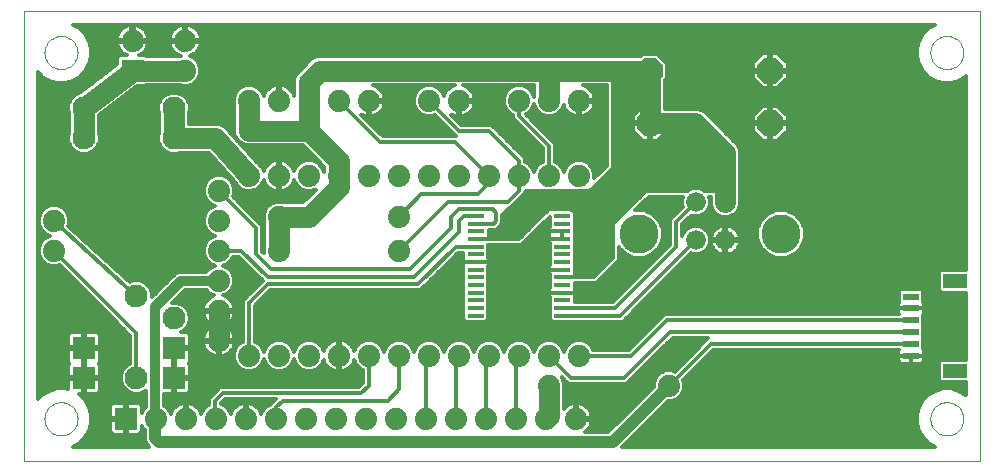
<source format=gtl>
G75*
G70*
%OFA0B0*%
%FSLAX24Y24*%
%IPPOS*%
%LPD*%
%AMOC8*
5,1,8,0,0,1.08239X$1,22.5*
%
%ADD10C,0.0000*%
%ADD11C,0.0740*%
%ADD12C,0.0660*%
%ADD13C,0.1300*%
%ADD14R,0.0550X0.0137*%
%ADD15R,0.0740X0.0740*%
%ADD16OC8,0.0850*%
%ADD17R,0.0531X0.0236*%
%ADD18R,0.0787X0.0472*%
%ADD19R,0.0760X0.0760*%
%ADD20C,0.0760*%
%ADD21C,0.0120*%
%ADD22C,0.0700*%
%ADD23C,0.0400*%
%ADD24C,0.0320*%
D10*
X000554Y000161D02*
X000554Y015161D01*
X032424Y015161D01*
X032429Y000161D01*
X000554Y000161D01*
X001240Y001559D02*
X001242Y001606D01*
X001248Y001652D01*
X001258Y001698D01*
X001271Y001743D01*
X001289Y001786D01*
X001310Y001828D01*
X001334Y001868D01*
X001362Y001905D01*
X001393Y001940D01*
X001427Y001973D01*
X001463Y002002D01*
X001502Y002028D01*
X001543Y002051D01*
X001586Y002070D01*
X001630Y002086D01*
X001675Y002098D01*
X001721Y002106D01*
X001768Y002110D01*
X001814Y002110D01*
X001861Y002106D01*
X001907Y002098D01*
X001952Y002086D01*
X001996Y002070D01*
X002039Y002051D01*
X002080Y002028D01*
X002119Y002002D01*
X002155Y001973D01*
X002189Y001940D01*
X002220Y001905D01*
X002248Y001868D01*
X002272Y001828D01*
X002293Y001786D01*
X002311Y001743D01*
X002324Y001698D01*
X002334Y001652D01*
X002340Y001606D01*
X002342Y001559D01*
X002340Y001512D01*
X002334Y001466D01*
X002324Y001420D01*
X002311Y001375D01*
X002293Y001332D01*
X002272Y001290D01*
X002248Y001250D01*
X002220Y001213D01*
X002189Y001178D01*
X002155Y001145D01*
X002119Y001116D01*
X002080Y001090D01*
X002039Y001067D01*
X001996Y001048D01*
X001952Y001032D01*
X001907Y001020D01*
X001861Y001012D01*
X001814Y001008D01*
X001768Y001008D01*
X001721Y001012D01*
X001675Y001020D01*
X001630Y001032D01*
X001586Y001048D01*
X001543Y001067D01*
X001502Y001090D01*
X001463Y001116D01*
X001427Y001145D01*
X001393Y001178D01*
X001362Y001213D01*
X001334Y001250D01*
X001310Y001290D01*
X001289Y001332D01*
X001271Y001375D01*
X001258Y001420D01*
X001248Y001466D01*
X001242Y001512D01*
X001240Y001559D01*
X001240Y013764D02*
X001242Y013811D01*
X001248Y013857D01*
X001258Y013903D01*
X001271Y013948D01*
X001289Y013991D01*
X001310Y014033D01*
X001334Y014073D01*
X001362Y014110D01*
X001393Y014145D01*
X001427Y014178D01*
X001463Y014207D01*
X001502Y014233D01*
X001543Y014256D01*
X001586Y014275D01*
X001630Y014291D01*
X001675Y014303D01*
X001721Y014311D01*
X001768Y014315D01*
X001814Y014315D01*
X001861Y014311D01*
X001907Y014303D01*
X001952Y014291D01*
X001996Y014275D01*
X002039Y014256D01*
X002080Y014233D01*
X002119Y014207D01*
X002155Y014178D01*
X002189Y014145D01*
X002220Y014110D01*
X002248Y014073D01*
X002272Y014033D01*
X002293Y013991D01*
X002311Y013948D01*
X002324Y013903D01*
X002334Y013857D01*
X002340Y013811D01*
X002342Y013764D01*
X002340Y013717D01*
X002334Y013671D01*
X002324Y013625D01*
X002311Y013580D01*
X002293Y013537D01*
X002272Y013495D01*
X002248Y013455D01*
X002220Y013418D01*
X002189Y013383D01*
X002155Y013350D01*
X002119Y013321D01*
X002080Y013295D01*
X002039Y013272D01*
X001996Y013253D01*
X001952Y013237D01*
X001907Y013225D01*
X001861Y013217D01*
X001814Y013213D01*
X001768Y013213D01*
X001721Y013217D01*
X001675Y013225D01*
X001630Y013237D01*
X001586Y013253D01*
X001543Y013272D01*
X001502Y013295D01*
X001463Y013321D01*
X001427Y013350D01*
X001393Y013383D01*
X001362Y013418D01*
X001334Y013455D01*
X001310Y013495D01*
X001289Y013537D01*
X001271Y013580D01*
X001258Y013625D01*
X001248Y013671D01*
X001242Y013717D01*
X001240Y013764D01*
X030767Y013764D02*
X030769Y013811D01*
X030775Y013857D01*
X030785Y013903D01*
X030798Y013948D01*
X030816Y013991D01*
X030837Y014033D01*
X030861Y014073D01*
X030889Y014110D01*
X030920Y014145D01*
X030954Y014178D01*
X030990Y014207D01*
X031029Y014233D01*
X031070Y014256D01*
X031113Y014275D01*
X031157Y014291D01*
X031202Y014303D01*
X031248Y014311D01*
X031295Y014315D01*
X031341Y014315D01*
X031388Y014311D01*
X031434Y014303D01*
X031479Y014291D01*
X031523Y014275D01*
X031566Y014256D01*
X031607Y014233D01*
X031646Y014207D01*
X031682Y014178D01*
X031716Y014145D01*
X031747Y014110D01*
X031775Y014073D01*
X031799Y014033D01*
X031820Y013991D01*
X031838Y013948D01*
X031851Y013903D01*
X031861Y013857D01*
X031867Y013811D01*
X031869Y013764D01*
X031867Y013717D01*
X031861Y013671D01*
X031851Y013625D01*
X031838Y013580D01*
X031820Y013537D01*
X031799Y013495D01*
X031775Y013455D01*
X031747Y013418D01*
X031716Y013383D01*
X031682Y013350D01*
X031646Y013321D01*
X031607Y013295D01*
X031566Y013272D01*
X031523Y013253D01*
X031479Y013237D01*
X031434Y013225D01*
X031388Y013217D01*
X031341Y013213D01*
X031295Y013213D01*
X031248Y013217D01*
X031202Y013225D01*
X031157Y013237D01*
X031113Y013253D01*
X031070Y013272D01*
X031029Y013295D01*
X030990Y013321D01*
X030954Y013350D01*
X030920Y013383D01*
X030889Y013418D01*
X030861Y013455D01*
X030837Y013495D01*
X030816Y013537D01*
X030798Y013580D01*
X030785Y013625D01*
X030775Y013671D01*
X030769Y013717D01*
X030767Y013764D01*
X030767Y001559D02*
X030769Y001606D01*
X030775Y001652D01*
X030785Y001698D01*
X030798Y001743D01*
X030816Y001786D01*
X030837Y001828D01*
X030861Y001868D01*
X030889Y001905D01*
X030920Y001940D01*
X030954Y001973D01*
X030990Y002002D01*
X031029Y002028D01*
X031070Y002051D01*
X031113Y002070D01*
X031157Y002086D01*
X031202Y002098D01*
X031248Y002106D01*
X031295Y002110D01*
X031341Y002110D01*
X031388Y002106D01*
X031434Y002098D01*
X031479Y002086D01*
X031523Y002070D01*
X031566Y002051D01*
X031607Y002028D01*
X031646Y002002D01*
X031682Y001973D01*
X031716Y001940D01*
X031747Y001905D01*
X031775Y001868D01*
X031799Y001828D01*
X031820Y001786D01*
X031838Y001743D01*
X031851Y001698D01*
X031861Y001652D01*
X031867Y001606D01*
X031869Y001559D01*
X031867Y001512D01*
X031861Y001466D01*
X031851Y001420D01*
X031838Y001375D01*
X031820Y001332D01*
X031799Y001290D01*
X031775Y001250D01*
X031747Y001213D01*
X031716Y001178D01*
X031682Y001145D01*
X031646Y001116D01*
X031607Y001090D01*
X031566Y001067D01*
X031523Y001048D01*
X031479Y001032D01*
X031434Y001020D01*
X031388Y001012D01*
X031341Y001008D01*
X031295Y001008D01*
X031248Y001012D01*
X031202Y001020D01*
X031157Y001032D01*
X031113Y001048D01*
X031070Y001067D01*
X031029Y001090D01*
X030990Y001116D01*
X030954Y001145D01*
X030920Y001178D01*
X030889Y001213D01*
X030861Y001250D01*
X030837Y001290D01*
X030816Y001332D01*
X030798Y001375D01*
X030785Y001420D01*
X030775Y001466D01*
X030769Y001512D01*
X030767Y001559D01*
D11*
X022054Y002661D03*
X019054Y003661D03*
X018054Y003661D03*
X017054Y003661D03*
X016054Y003661D03*
X015054Y003661D03*
X014054Y003661D03*
X013054Y003661D03*
X012054Y003661D03*
X011054Y003661D03*
X010054Y003661D03*
X009054Y003661D03*
X008054Y003661D03*
X007054Y004161D03*
X007054Y005161D03*
X007054Y006161D03*
X007054Y007161D03*
X009054Y007161D03*
X007054Y008161D03*
X007054Y009161D03*
X008054Y009661D03*
X009054Y009661D03*
X010054Y009661D03*
X011054Y009661D03*
X012054Y009661D03*
X013054Y009661D03*
X014054Y009661D03*
X015054Y009661D03*
X016054Y009661D03*
X017054Y009661D03*
X018054Y009661D03*
X019054Y009661D03*
X019054Y012161D03*
X018054Y012161D03*
X017054Y012161D03*
X015054Y012161D03*
X014054Y012161D03*
X012054Y012161D03*
X011054Y012161D03*
X009054Y012161D03*
X008054Y012161D03*
X005929Y013161D03*
X005929Y014161D03*
X004179Y014161D03*
X009054Y008286D03*
X013054Y008286D03*
X013054Y007161D03*
X018054Y002661D03*
X017956Y001559D03*
X018956Y001559D03*
X016956Y001559D03*
X015956Y001559D03*
X014956Y001559D03*
X013956Y001559D03*
X012956Y001559D03*
X011956Y001559D03*
X010956Y001559D03*
X009956Y001559D03*
X008956Y001559D03*
X007956Y001559D03*
X006956Y001559D03*
X005956Y001559D03*
X004956Y001559D03*
X001554Y007161D03*
X001554Y008161D03*
D12*
X022954Y008776D03*
X023934Y008776D03*
X023934Y007516D03*
X022954Y007516D03*
D13*
X021054Y007716D03*
X025794Y007716D03*
D14*
X018494Y007813D03*
X018494Y007557D03*
X018494Y007301D03*
X018494Y007045D03*
X018494Y006789D03*
X018494Y006533D03*
X018494Y006277D03*
X018494Y006021D03*
X018494Y005766D03*
X018494Y005510D03*
X018494Y005254D03*
X018494Y004998D03*
X015615Y004998D03*
X015615Y005254D03*
X015615Y005510D03*
X015615Y005766D03*
X015615Y006021D03*
X015615Y006277D03*
X015615Y006533D03*
X015615Y006789D03*
X015615Y007045D03*
X015615Y007301D03*
X015615Y007557D03*
X015615Y007813D03*
X015615Y008069D03*
X015615Y008325D03*
X018494Y008325D03*
X018494Y008069D03*
D15*
X004179Y013161D03*
X003956Y001559D03*
D16*
X021429Y011411D03*
X021429Y013161D03*
X025429Y013161D03*
X025429Y011411D03*
D17*
X030129Y005630D03*
X030129Y005236D03*
X030129Y004842D03*
X030129Y004449D03*
X030129Y004055D03*
X030129Y003661D03*
D18*
X031586Y003149D03*
X031586Y006142D03*
D19*
X005554Y003911D03*
X005554Y002911D03*
X002554Y002911D03*
X002554Y003911D03*
D20*
X004304Y002911D03*
X005554Y004911D03*
X004304Y005661D03*
X005554Y010911D03*
X005554Y011911D03*
X002554Y011911D03*
X002554Y010911D03*
D21*
X002064Y011087D02*
X002034Y011015D01*
X002034Y010808D01*
X002114Y010617D01*
X002260Y010470D01*
X002451Y010391D01*
X002658Y010391D01*
X002849Y010470D01*
X002995Y010617D01*
X003074Y010808D01*
X003074Y011015D01*
X003044Y011087D01*
X003044Y011670D01*
X004320Y012651D01*
X004607Y012651D01*
X004627Y012671D01*
X005780Y012671D01*
X005828Y012651D01*
X006031Y012651D01*
X006218Y012729D01*
X006362Y012872D01*
X006439Y013060D01*
X006439Y013263D01*
X006362Y013450D01*
X006218Y013594D01*
X006077Y013652D01*
X006133Y013670D01*
X006207Y013708D01*
X006275Y013757D01*
X006334Y013816D01*
X006383Y013883D01*
X006420Y013958D01*
X006446Y014037D01*
X006459Y014120D01*
X006459Y014121D01*
X005970Y014121D01*
X005970Y014201D01*
X006459Y014201D01*
X006459Y014203D01*
X006446Y014285D01*
X006420Y014365D01*
X006383Y014439D01*
X006334Y014506D01*
X006275Y014565D01*
X006207Y014615D01*
X006133Y014652D01*
X006053Y014678D01*
X005971Y014691D01*
X005969Y014691D01*
X005969Y014201D01*
X005889Y014201D01*
X005889Y014121D01*
X005399Y014121D01*
X005399Y014120D01*
X005412Y014037D01*
X005438Y013958D01*
X005476Y013883D01*
X005525Y013816D01*
X005584Y013757D01*
X005652Y013708D01*
X005726Y013670D01*
X005781Y013652D01*
X005780Y013651D01*
X004627Y013651D01*
X004607Y013671D01*
X004385Y013671D01*
X004457Y013708D01*
X004525Y013757D01*
X004584Y013816D01*
X004633Y013883D01*
X004670Y013958D01*
X004696Y014037D01*
X004709Y014120D01*
X004709Y014121D01*
X004220Y014121D01*
X004220Y014201D01*
X004709Y014201D01*
X004709Y014203D01*
X004696Y014285D01*
X004670Y014365D01*
X004633Y014439D01*
X004584Y014506D01*
X004525Y014565D01*
X004457Y014615D01*
X004383Y014652D01*
X004303Y014678D01*
X004221Y014691D01*
X004219Y014691D01*
X004219Y014201D01*
X004139Y014201D01*
X004139Y014121D01*
X003649Y014121D01*
X003649Y014120D01*
X003662Y014037D01*
X003688Y013958D01*
X003726Y013883D01*
X003775Y013816D01*
X003834Y013757D01*
X003902Y013708D01*
X003974Y013671D01*
X003751Y013671D01*
X003669Y013589D01*
X003669Y013387D01*
X002398Y012409D01*
X002260Y012352D01*
X002114Y012206D01*
X002034Y012015D01*
X002034Y011808D01*
X002064Y011735D01*
X002064Y011087D01*
X002056Y011067D02*
X001014Y011067D01*
X001014Y010949D02*
X002034Y010949D01*
X002034Y010830D02*
X001014Y010830D01*
X001014Y010712D02*
X002074Y010712D01*
X002137Y010593D02*
X001014Y010593D01*
X001014Y010475D02*
X002256Y010475D01*
X002853Y010475D02*
X005256Y010475D01*
X005260Y010470D02*
X005451Y010391D01*
X005658Y010391D01*
X005730Y010421D01*
X006711Y010421D01*
X007594Y009441D01*
X007622Y009372D01*
X007765Y009229D01*
X007953Y009151D01*
X008156Y009151D01*
X008343Y009229D01*
X008487Y009372D01*
X008545Y009513D01*
X008563Y009458D01*
X008601Y009383D01*
X008650Y009316D01*
X008709Y009257D01*
X008777Y009208D01*
X008851Y009170D01*
X008930Y009144D01*
X009013Y009131D01*
X009014Y009131D01*
X009014Y009621D01*
X009094Y009621D01*
X009094Y009131D01*
X009096Y009131D01*
X009178Y009144D01*
X009258Y009170D01*
X009332Y009208D01*
X009400Y009257D01*
X009459Y009316D01*
X009508Y009383D01*
X009545Y009458D01*
X009564Y009513D01*
X009622Y009372D01*
X009765Y009229D01*
X009953Y009151D01*
X010156Y009151D01*
X010276Y009201D01*
X009851Y008776D01*
X009204Y008776D01*
X009156Y008796D01*
X008953Y008796D01*
X008765Y008719D01*
X008622Y008575D01*
X008544Y008388D01*
X008544Y008185D01*
X008564Y008137D01*
X008564Y007311D01*
X008544Y007263D01*
X008544Y007079D01*
X008504Y007119D01*
X008504Y007828D01*
X008504Y007994D01*
X007527Y008971D01*
X007564Y009060D01*
X007564Y009263D01*
X007487Y009450D01*
X007343Y009594D01*
X007156Y009671D01*
X006953Y009671D01*
X006765Y009594D01*
X006622Y009450D01*
X006544Y009263D01*
X006544Y009060D01*
X006622Y008872D01*
X006765Y008729D01*
X006929Y008661D01*
X006765Y008594D01*
X006622Y008450D01*
X006544Y008263D01*
X006544Y008060D01*
X006622Y007872D01*
X006765Y007729D01*
X006929Y007661D01*
X006765Y007594D01*
X006622Y007450D01*
X006544Y007263D01*
X006544Y007060D01*
X006622Y006872D01*
X006765Y006729D01*
X006929Y006661D01*
X006765Y006594D01*
X006633Y006461D01*
X005864Y006461D01*
X005745Y006461D01*
X005634Y006416D01*
X004824Y005605D01*
X004824Y005765D01*
X004745Y005956D01*
X004599Y006102D01*
X004408Y006181D01*
X004201Y006181D01*
X004083Y006132D01*
X002037Y007993D01*
X002064Y008060D01*
X002064Y008263D01*
X001987Y008450D01*
X001843Y008594D01*
X001656Y008671D01*
X001453Y008671D01*
X001265Y008594D01*
X001122Y008450D01*
X001044Y008263D01*
X001044Y008060D01*
X001122Y007872D01*
X001265Y007729D01*
X001429Y007661D01*
X001265Y007594D01*
X001122Y007450D01*
X001044Y007263D01*
X001044Y007060D01*
X001122Y006872D01*
X001265Y006729D01*
X001453Y006651D01*
X001656Y006651D01*
X001745Y006688D01*
X004104Y004328D01*
X004104Y003391D01*
X004010Y003352D01*
X003864Y003206D01*
X003784Y003015D01*
X003784Y002808D01*
X003864Y002617D01*
X004010Y002470D01*
X004201Y002391D01*
X004408Y002391D01*
X004599Y002470D01*
X004629Y002501D01*
X004629Y001954D01*
X004524Y001848D01*
X004486Y001757D01*
X004486Y001950D01*
X004475Y001991D01*
X004454Y002027D01*
X004424Y002057D01*
X004388Y002078D01*
X004347Y002089D01*
X003996Y002089D01*
X003996Y001599D01*
X003916Y001599D01*
X003916Y002089D01*
X003565Y002089D01*
X003524Y002078D01*
X003488Y002057D01*
X003458Y002027D01*
X003437Y001991D01*
X003426Y001950D01*
X003426Y001599D01*
X003916Y001599D01*
X003916Y001519D01*
X003996Y001519D01*
X003996Y001029D01*
X004347Y001029D01*
X004388Y001040D01*
X004424Y001061D01*
X004454Y001091D01*
X004475Y001127D01*
X004486Y001168D01*
X004486Y001326D01*
X004514Y001259D01*
X004589Y001183D01*
X004589Y000979D01*
X004589Y000844D01*
X004641Y000719D01*
X004739Y000621D01*
X002189Y000621D01*
X002411Y000750D01*
X002600Y000938D01*
X002733Y001169D01*
X002802Y001426D01*
X002802Y001692D01*
X002733Y001949D01*
X002600Y002180D01*
X002411Y002368D01*
X002406Y002371D01*
X002516Y002371D01*
X002516Y002873D01*
X002014Y002873D01*
X002014Y002546D01*
X001924Y002570D01*
X001657Y002570D01*
X001400Y002501D01*
X001170Y002368D01*
X001014Y002213D01*
X001014Y013110D01*
X001170Y012954D01*
X001400Y012821D01*
X001657Y012752D01*
X001924Y012752D01*
X002181Y012821D01*
X002411Y012954D01*
X002600Y013143D01*
X002733Y013373D01*
X002802Y013630D01*
X002802Y013897D01*
X002733Y014154D01*
X002600Y014384D01*
X002411Y014573D01*
X002189Y014701D01*
X030920Y014701D01*
X030697Y014573D01*
X030509Y014384D01*
X030376Y014154D01*
X030307Y013897D01*
X030307Y013630D01*
X030376Y013373D01*
X030509Y013143D01*
X030697Y012954D01*
X030928Y012821D01*
X031185Y012752D01*
X031451Y012752D01*
X031708Y012821D01*
X031939Y012954D01*
X031965Y012981D01*
X031967Y006518D01*
X031134Y006518D01*
X031052Y006436D01*
X031052Y005847D01*
X031134Y005765D01*
X031968Y005765D01*
X031968Y003526D01*
X031134Y003526D01*
X031052Y003444D01*
X031052Y002855D01*
X031134Y002773D01*
X031969Y002773D01*
X031969Y002338D01*
X031939Y002368D01*
X031708Y002501D01*
X031451Y002570D01*
X031185Y002570D01*
X030928Y002501D01*
X030697Y002368D01*
X030509Y002180D01*
X030376Y001949D01*
X030307Y001692D01*
X030307Y001426D01*
X030376Y001169D01*
X030509Y000938D01*
X030697Y000750D01*
X030920Y000621D01*
X020495Y000621D01*
X022025Y002151D01*
X022156Y002151D01*
X022343Y002229D01*
X022487Y002372D01*
X022564Y002560D01*
X022564Y002763D01*
X022527Y002852D01*
X023531Y003855D01*
X029723Y003855D01*
X029714Y003841D01*
X029704Y003800D01*
X029704Y003661D01*
X029704Y003522D01*
X029714Y003481D01*
X029736Y003445D01*
X029765Y003415D01*
X029802Y003394D01*
X029842Y003383D01*
X030129Y003383D01*
X030129Y003661D01*
X029704Y003661D01*
X030129Y003661D01*
X030129Y003661D01*
X030129Y003661D01*
X030129Y003383D01*
X030416Y003383D01*
X030457Y003394D01*
X030493Y003415D01*
X030523Y003445D01*
X030544Y003481D01*
X030555Y003522D01*
X030555Y003661D01*
X030130Y003661D01*
X030130Y003661D01*
X030555Y003661D01*
X030555Y003800D01*
X030544Y003841D01*
X030527Y003871D01*
X030535Y003879D01*
X030535Y004231D01*
X030514Y004252D01*
X030535Y004273D01*
X030535Y004625D01*
X030514Y004645D01*
X030535Y004666D01*
X030535Y005018D01*
X030527Y005026D01*
X030544Y005056D01*
X030555Y005097D01*
X030555Y005236D01*
X030130Y005236D01*
X030130Y005236D01*
X030555Y005236D01*
X030555Y005375D01*
X030544Y005416D01*
X030527Y005446D01*
X030535Y005454D01*
X030535Y005806D01*
X030453Y005888D01*
X029806Y005888D01*
X029724Y005806D01*
X029724Y005454D01*
X029732Y005446D01*
X029714Y005416D01*
X029704Y005375D01*
X029704Y005236D01*
X029704Y005097D01*
X029714Y005056D01*
X029723Y005042D01*
X021903Y005042D01*
X021785Y004925D01*
X020721Y003861D01*
X019523Y003861D01*
X019487Y003950D01*
X019343Y004094D01*
X019156Y004171D01*
X018953Y004171D01*
X018765Y004094D01*
X018622Y003950D01*
X018554Y003787D01*
X018487Y003950D01*
X018343Y004094D01*
X018156Y004171D01*
X017953Y004171D01*
X017765Y004094D01*
X017622Y003950D01*
X017554Y003787D01*
X017487Y003950D01*
X017343Y004094D01*
X017156Y004171D01*
X016953Y004171D01*
X016765Y004094D01*
X016622Y003950D01*
X016554Y003787D01*
X016487Y003950D01*
X016343Y004094D01*
X016156Y004171D01*
X015953Y004171D01*
X015765Y004094D01*
X015622Y003950D01*
X015554Y003787D01*
X015487Y003950D01*
X015343Y004094D01*
X015156Y004171D01*
X014953Y004171D01*
X014765Y004094D01*
X014622Y003950D01*
X014554Y003787D01*
X014487Y003950D01*
X014343Y004094D01*
X014156Y004171D01*
X013953Y004171D01*
X013765Y004094D01*
X013622Y003950D01*
X013554Y003787D01*
X013487Y003950D01*
X013343Y004094D01*
X013156Y004171D01*
X012953Y004171D01*
X012765Y004094D01*
X012622Y003950D01*
X012554Y003787D01*
X012487Y003950D01*
X012343Y004094D01*
X012156Y004171D01*
X011953Y004171D01*
X011765Y004094D01*
X011622Y003950D01*
X011564Y003809D01*
X011545Y003865D01*
X011508Y003939D01*
X011459Y004006D01*
X011400Y004065D01*
X011332Y004115D01*
X011258Y004152D01*
X011178Y004178D01*
X011096Y004191D01*
X011094Y004191D01*
X011094Y003701D01*
X011014Y003701D01*
X011014Y004191D01*
X011013Y004191D01*
X010930Y004178D01*
X010851Y004152D01*
X010777Y004115D01*
X010709Y004065D01*
X010650Y004006D01*
X010601Y003939D01*
X010563Y003865D01*
X010545Y003809D01*
X010487Y003950D01*
X010343Y004094D01*
X010156Y004171D01*
X009953Y004171D01*
X009765Y004094D01*
X009622Y003950D01*
X009554Y003787D01*
X009487Y003950D01*
X009343Y004094D01*
X009156Y004171D01*
X008953Y004171D01*
X008765Y004094D01*
X008622Y003950D01*
X008554Y003787D01*
X008487Y003950D01*
X008343Y004094D01*
X008254Y004130D01*
X008254Y005328D01*
X008762Y005836D01*
X013762Y005836D01*
X013879Y005953D01*
X015027Y007101D01*
X015200Y007101D01*
X015200Y006935D01*
X015191Y006919D01*
X015180Y006879D01*
X015180Y006789D01*
X015180Y006700D01*
X015191Y006659D01*
X015200Y006643D01*
X015200Y006407D01*
X015201Y006405D01*
X015200Y006404D01*
X015200Y006151D01*
X015201Y006149D01*
X015200Y006148D01*
X015200Y005895D01*
X015201Y005894D01*
X015200Y005892D01*
X015200Y005639D01*
X015201Y005638D01*
X015200Y005636D01*
X015200Y005383D01*
X015201Y005382D01*
X015200Y005380D01*
X015200Y005127D01*
X015201Y005126D01*
X015200Y005124D01*
X015200Y004871D01*
X015282Y004789D01*
X015948Y004789D01*
X016030Y004871D01*
X016030Y005124D01*
X016028Y005126D01*
X016030Y005127D01*
X016030Y005380D01*
X016028Y005382D01*
X016030Y005383D01*
X016030Y005636D01*
X016028Y005638D01*
X016030Y005639D01*
X016030Y005892D01*
X016028Y005894D01*
X016030Y005895D01*
X016030Y006148D01*
X016028Y006149D01*
X016030Y006151D01*
X016030Y006404D01*
X016028Y006405D01*
X016030Y006407D01*
X016030Y006643D01*
X016039Y006659D01*
X016050Y006700D01*
X016050Y006789D01*
X015615Y006789D01*
X015615Y006789D01*
X016050Y006789D01*
X016050Y006879D01*
X016039Y006919D01*
X016030Y006935D01*
X016030Y007172D01*
X016028Y007173D01*
X016030Y007174D01*
X016030Y007336D01*
X016971Y007336D01*
X017137Y007336D01*
X018079Y008278D01*
X018079Y008198D01*
X018080Y008197D01*
X018079Y008195D01*
X018079Y007959D01*
X018070Y007943D01*
X018059Y007902D01*
X018059Y007813D01*
X018493Y007813D01*
X018493Y007813D01*
X018059Y007813D01*
X018059Y007723D01*
X018069Y007685D01*
X018059Y007646D01*
X018059Y007557D01*
X018493Y007557D01*
X018493Y007557D01*
X018059Y007557D01*
X018059Y007467D01*
X018070Y007427D01*
X018079Y007411D01*
X018079Y007174D01*
X018080Y007173D01*
X018079Y007172D01*
X018079Y006919D01*
X018080Y006917D01*
X018079Y006916D01*
X018079Y006679D01*
X018070Y006664D01*
X018059Y006623D01*
X018059Y006533D01*
X018059Y006444D01*
X016030Y006444D01*
X016030Y006326D02*
X018079Y006326D01*
X018079Y006387D02*
X018079Y006151D01*
X018080Y006149D01*
X018079Y006148D01*
X018079Y005912D01*
X018070Y005896D01*
X018059Y005855D01*
X018059Y005766D01*
X018493Y005766D01*
X018493Y005765D01*
X018059Y005765D01*
X018059Y005676D01*
X018070Y005635D01*
X018079Y005620D01*
X018079Y005383D01*
X018080Y005382D01*
X018079Y005380D01*
X018079Y005127D01*
X018080Y005126D01*
X018079Y005124D01*
X018079Y004871D01*
X018161Y004789D01*
X018827Y004789D01*
X018835Y004798D01*
X020353Y004798D01*
X020519Y004798D01*
X022795Y007074D01*
X022861Y007046D01*
X023048Y007046D01*
X023221Y007118D01*
X023353Y007250D01*
X023424Y007423D01*
X023424Y007610D01*
X023353Y007782D01*
X023221Y007915D01*
X023048Y007986D01*
X022861Y007986D01*
X022688Y007915D01*
X022556Y007782D01*
X022504Y007658D01*
X022504Y008043D01*
X022795Y008334D01*
X022861Y008306D01*
X023048Y008306D01*
X023221Y008378D01*
X023353Y008510D01*
X023424Y008683D01*
X023424Y008870D01*
X023386Y008961D01*
X023444Y008961D01*
X023444Y008679D01*
X023519Y008499D01*
X023657Y008361D01*
X023837Y008286D01*
X024032Y008286D01*
X024212Y008361D01*
X024350Y008499D01*
X024424Y008679D01*
X024424Y010504D01*
X024350Y010684D01*
X024212Y010822D01*
X023207Y011827D01*
X023027Y011901D01*
X022832Y011901D01*
X021919Y011901D01*
X021919Y012852D01*
X021994Y012927D01*
X021994Y013395D01*
X021663Y013726D01*
X021195Y013726D01*
X021120Y013651D01*
X020277Y013651D01*
X017957Y013651D01*
X010332Y013651D01*
X010152Y013577D01*
X010014Y013439D01*
X010014Y013439D01*
X009777Y013202D01*
X009777Y013202D01*
X009639Y013064D01*
X009564Y012884D01*
X009564Y012307D01*
X009545Y012365D01*
X009508Y012439D01*
X009459Y012506D01*
X009400Y012565D01*
X009332Y012615D01*
X009258Y012652D01*
X009178Y012678D01*
X009096Y012691D01*
X009094Y012691D01*
X009094Y012201D01*
X009014Y012201D01*
X009014Y012691D01*
X009013Y012691D01*
X008930Y012678D01*
X008851Y012652D01*
X008777Y012615D01*
X008709Y012565D01*
X008650Y012506D01*
X008601Y012439D01*
X008563Y012365D01*
X008545Y012309D01*
X008487Y012450D01*
X008343Y012594D01*
X008156Y012671D01*
X007953Y012671D01*
X007765Y012594D01*
X007622Y012450D01*
X007544Y012263D01*
X007544Y012060D01*
X007564Y012011D01*
X007564Y011259D01*
X007564Y011064D01*
X007639Y010884D01*
X007777Y010746D01*
X007957Y010671D01*
X009851Y010671D01*
X010564Y009958D01*
X010564Y009811D01*
X010554Y009787D01*
X010487Y009950D01*
X010343Y010094D01*
X010156Y010171D01*
X009953Y010171D01*
X009765Y010094D01*
X009622Y009950D01*
X009564Y009809D01*
X009545Y009865D01*
X009508Y009939D01*
X009459Y010006D01*
X009400Y010065D01*
X009332Y010115D01*
X009258Y010152D01*
X009178Y010178D01*
X009096Y010191D01*
X009094Y010191D01*
X009094Y009701D01*
X009014Y009701D01*
X009014Y010191D01*
X009013Y010191D01*
X008930Y010178D01*
X008851Y010152D01*
X008777Y010115D01*
X008709Y010065D01*
X008650Y010006D01*
X008601Y009939D01*
X008563Y009865D01*
X008545Y009809D01*
X008487Y009950D01*
X008343Y010094D01*
X008313Y010106D01*
X007350Y011176D01*
X007345Y011189D01*
X007285Y011249D01*
X007228Y011311D01*
X007216Y011317D01*
X007207Y011327D01*
X007129Y011359D01*
X007052Y011395D01*
X007039Y011396D01*
X007027Y011401D01*
X006942Y011401D01*
X006858Y011406D01*
X006845Y011401D01*
X006044Y011401D01*
X006044Y011735D01*
X006074Y011808D01*
X006074Y012015D01*
X005995Y012206D01*
X005849Y012352D01*
X005658Y012431D01*
X005451Y012431D01*
X005260Y012352D01*
X005114Y012206D01*
X005034Y012015D01*
X005034Y011808D01*
X005064Y011735D01*
X005064Y011087D01*
X005034Y011015D01*
X005034Y010808D01*
X005114Y010617D01*
X005260Y010470D01*
X005137Y010593D02*
X002971Y010593D01*
X003034Y010712D02*
X005074Y010712D01*
X005034Y010830D02*
X003074Y010830D01*
X003074Y010949D02*
X005034Y010949D01*
X005056Y011067D02*
X003053Y011067D01*
X003044Y011186D02*
X005064Y011186D01*
X005064Y011304D02*
X003044Y011304D01*
X003044Y011423D02*
X005064Y011423D01*
X005064Y011541D02*
X003044Y011541D01*
X003044Y011660D02*
X005064Y011660D01*
X005046Y011779D02*
X003185Y011779D01*
X003339Y011897D02*
X005034Y011897D01*
X005035Y012016D02*
X003494Y012016D01*
X003648Y012134D02*
X005084Y012134D01*
X005160Y012253D02*
X003802Y012253D01*
X003956Y012371D02*
X005306Y012371D01*
X005803Y012371D02*
X007589Y012371D01*
X007544Y012253D02*
X005948Y012253D01*
X006025Y012134D02*
X007544Y012134D01*
X007563Y012016D02*
X006074Y012016D01*
X006074Y011897D02*
X007564Y011897D01*
X007564Y011779D02*
X006062Y011779D01*
X006044Y011660D02*
X007564Y011660D01*
X007564Y011541D02*
X006044Y011541D01*
X006044Y011423D02*
X007564Y011423D01*
X007564Y011304D02*
X007235Y011304D01*
X007346Y011186D02*
X007564Y011186D01*
X007564Y011067D02*
X007448Y011067D01*
X007555Y010949D02*
X007612Y010949D01*
X007661Y010830D02*
X007692Y010830D01*
X007768Y010712D02*
X007859Y010712D01*
X007875Y010593D02*
X009930Y010593D01*
X010048Y010475D02*
X007982Y010475D01*
X008088Y010356D02*
X010167Y010356D01*
X010285Y010237D02*
X008195Y010237D01*
X008302Y010119D02*
X008785Y010119D01*
X008646Y010000D02*
X008436Y010000D01*
X008515Y009882D02*
X008572Y009882D01*
X009014Y009882D02*
X009094Y009882D01*
X009094Y010000D02*
X009014Y010000D01*
X009014Y010119D02*
X009094Y010119D01*
X009324Y010119D02*
X009827Y010119D01*
X009672Y010000D02*
X009463Y010000D01*
X009537Y009882D02*
X009594Y009882D01*
X009094Y009763D02*
X009014Y009763D01*
X009014Y009526D02*
X009094Y009526D01*
X009094Y009408D02*
X009014Y009408D01*
X009014Y009289D02*
X009094Y009289D01*
X009094Y009171D02*
X009014Y009171D01*
X008850Y009171D02*
X008202Y009171D01*
X008403Y009289D02*
X008677Y009289D01*
X008589Y009408D02*
X008501Y009408D01*
X007906Y009171D02*
X007564Y009171D01*
X007553Y009289D02*
X007705Y009289D01*
X007607Y009408D02*
X007504Y009408D01*
X007517Y009526D02*
X007411Y009526D01*
X007410Y009645D02*
X007220Y009645D01*
X007303Y009763D02*
X001014Y009763D01*
X001014Y009645D02*
X006889Y009645D01*
X006698Y009526D02*
X001014Y009526D01*
X001014Y009408D02*
X006604Y009408D01*
X006555Y009289D02*
X001014Y009289D01*
X001014Y009171D02*
X006544Y009171D01*
X006548Y009052D02*
X001014Y009052D01*
X001014Y008933D02*
X006597Y008933D01*
X006679Y008815D02*
X001014Y008815D01*
X001014Y008696D02*
X006844Y008696D01*
X006750Y008578D02*
X001859Y008578D01*
X001977Y008459D02*
X006631Y008459D01*
X006577Y008341D02*
X002032Y008341D01*
X002064Y008222D02*
X006544Y008222D01*
X006544Y008104D02*
X002064Y008104D01*
X002045Y007985D02*
X006575Y007985D01*
X006628Y007867D02*
X002176Y007867D01*
X002306Y007748D02*
X006746Y007748D01*
X006852Y007629D02*
X002437Y007629D01*
X002567Y007511D02*
X006683Y007511D01*
X006598Y007392D02*
X002697Y007392D01*
X002828Y007274D02*
X006549Y007274D01*
X006544Y007155D02*
X002958Y007155D01*
X003089Y007037D02*
X006554Y007037D01*
X006603Y006918D02*
X003219Y006918D01*
X003349Y006800D02*
X006695Y006800D01*
X006881Y006681D02*
X003480Y006681D01*
X003610Y006563D02*
X006734Y006563D01*
X007180Y006661D02*
X007343Y006729D01*
X007487Y006872D01*
X007523Y006961D01*
X007721Y006961D01*
X008521Y006161D01*
X007971Y005611D01*
X007854Y005494D01*
X007854Y004130D01*
X007765Y004094D01*
X007622Y003950D01*
X007544Y003763D01*
X007544Y003560D01*
X007622Y003372D01*
X007765Y003229D01*
X007953Y003151D01*
X008156Y003151D01*
X008343Y003229D01*
X008487Y003372D01*
X008554Y003536D01*
X008622Y003372D01*
X008765Y003229D01*
X008953Y003151D01*
X009156Y003151D01*
X009343Y003229D01*
X009487Y003372D01*
X009554Y003536D01*
X009622Y003372D01*
X009765Y003229D01*
X009953Y003151D01*
X010156Y003151D01*
X010343Y003229D01*
X010487Y003372D01*
X010545Y003513D01*
X010563Y003458D01*
X010601Y003383D01*
X010650Y003316D01*
X010709Y003257D01*
X010777Y003208D01*
X010851Y003170D01*
X010930Y003144D01*
X011013Y003131D01*
X011014Y003131D01*
X011014Y003621D01*
X011094Y003621D01*
X011094Y003131D01*
X011096Y003131D01*
X011178Y003144D01*
X011258Y003170D01*
X011332Y003208D01*
X011400Y003257D01*
X011459Y003316D01*
X011508Y003383D01*
X011545Y003458D01*
X011564Y003513D01*
X011622Y003372D01*
X011765Y003229D01*
X011854Y003192D01*
X011854Y002744D01*
X011721Y002611D01*
X007262Y002611D01*
X007096Y002611D01*
X006846Y002361D01*
X006729Y002244D01*
X006729Y002017D01*
X006667Y001991D01*
X006524Y001848D01*
X006465Y001707D01*
X006447Y001762D01*
X006409Y001837D01*
X006360Y001904D01*
X006301Y001963D01*
X006234Y002012D01*
X006159Y002050D01*
X006080Y002076D01*
X005998Y002089D01*
X005996Y002089D01*
X005996Y001599D01*
X005916Y001599D01*
X005916Y002089D01*
X005914Y002089D01*
X005832Y002076D01*
X005752Y002050D01*
X005678Y002012D01*
X005611Y001963D01*
X005552Y001904D01*
X005503Y001837D01*
X005465Y001762D01*
X005447Y001707D01*
X005388Y001848D01*
X005245Y001991D01*
X005229Y001998D01*
X005229Y002371D01*
X005516Y002371D01*
X005516Y002873D01*
X005593Y002873D01*
X005593Y002950D01*
X005516Y002950D01*
X005516Y003371D01*
X005516Y003873D01*
X005593Y003873D01*
X005593Y003950D01*
X006094Y003950D01*
X006094Y004312D01*
X006083Y004353D01*
X006062Y004389D01*
X006033Y004419D01*
X005996Y004440D01*
X005955Y004451D01*
X005802Y004451D01*
X005849Y004470D01*
X005995Y004617D01*
X006074Y004808D01*
X006074Y005015D01*
X005995Y005206D01*
X005849Y005352D01*
X005658Y005431D01*
X005499Y005431D01*
X005929Y005861D01*
X006633Y005861D01*
X006765Y005729D01*
X006906Y005670D01*
X006851Y005652D01*
X006777Y005615D01*
X006709Y005565D01*
X006650Y005506D01*
X006601Y005439D01*
X006563Y005365D01*
X006537Y005285D01*
X006524Y005203D01*
X006524Y005201D01*
X007014Y005201D01*
X007014Y005121D01*
X006524Y005121D01*
X006524Y005120D01*
X006537Y005037D01*
X006563Y004958D01*
X006601Y004883D01*
X006650Y004816D01*
X006709Y004757D01*
X006777Y004708D01*
X006851Y004670D01*
X006878Y004661D01*
X006851Y004652D01*
X006777Y004615D01*
X006709Y004565D01*
X006650Y004506D01*
X006601Y004439D01*
X006563Y004365D01*
X006537Y004285D01*
X006524Y004203D01*
X006524Y004201D01*
X007014Y004201D01*
X007014Y004121D01*
X006524Y004121D01*
X006524Y004120D01*
X006537Y004037D01*
X006563Y003958D01*
X006601Y003883D01*
X006650Y003816D01*
X006709Y003757D01*
X006777Y003708D01*
X006851Y003670D01*
X006930Y003644D01*
X007013Y003631D01*
X007014Y003631D01*
X007014Y004121D01*
X007094Y004121D01*
X007094Y003631D01*
X007096Y003631D01*
X007178Y003644D01*
X007258Y003670D01*
X007332Y003708D01*
X007400Y003757D01*
X007459Y003816D01*
X007508Y003883D01*
X007545Y003958D01*
X007571Y004037D01*
X007584Y004120D01*
X007584Y004121D01*
X007095Y004121D01*
X007095Y004201D01*
X007584Y004201D01*
X007584Y004203D01*
X007571Y004285D01*
X007545Y004365D01*
X007508Y004439D01*
X007459Y004506D01*
X007400Y004565D01*
X007332Y004615D01*
X007258Y004652D01*
X007231Y004661D01*
X007258Y004670D01*
X007332Y004708D01*
X007400Y004757D01*
X007459Y004816D01*
X007508Y004883D01*
X007545Y004958D01*
X007571Y005037D01*
X007584Y005120D01*
X007584Y005121D01*
X007095Y005121D01*
X007095Y005201D01*
X007584Y005201D01*
X007584Y005203D01*
X007571Y005285D01*
X007545Y005365D01*
X007508Y005439D01*
X007459Y005506D01*
X007400Y005565D01*
X007332Y005615D01*
X007258Y005652D01*
X007202Y005670D01*
X007343Y005729D01*
X007487Y005872D01*
X007564Y006060D01*
X007564Y006263D01*
X007487Y006450D01*
X007343Y006594D01*
X007180Y006661D01*
X007228Y006681D02*
X008002Y006681D01*
X008120Y006563D02*
X007374Y006563D01*
X007489Y006444D02*
X008239Y006444D01*
X008357Y006326D02*
X007538Y006326D01*
X007564Y006207D02*
X008476Y006207D01*
X008449Y006088D02*
X007564Y006088D01*
X007527Y005970D02*
X008330Y005970D01*
X008212Y005851D02*
X007466Y005851D01*
X007347Y005733D02*
X008093Y005733D01*
X007974Y005614D02*
X007332Y005614D01*
X007466Y005496D02*
X007856Y005496D01*
X007854Y005377D02*
X007539Y005377D01*
X007576Y005259D02*
X007854Y005259D01*
X007854Y005140D02*
X007095Y005140D01*
X007094Y005121D02*
X007094Y004691D01*
X007094Y004201D01*
X007014Y004201D01*
X007014Y004691D01*
X007014Y005121D01*
X007094Y005121D01*
X007014Y005140D02*
X006022Y005140D01*
X006071Y005022D02*
X006542Y005022D01*
X006591Y004903D02*
X006074Y004903D01*
X006065Y004784D02*
X006682Y004784D01*
X006864Y004666D02*
X006015Y004666D01*
X005926Y004547D02*
X006691Y004547D01*
X006596Y004429D02*
X006016Y004429D01*
X006094Y004310D02*
X006545Y004310D01*
X006094Y004192D02*
X007014Y004192D01*
X007095Y004192D02*
X007854Y004192D01*
X007854Y004310D02*
X007563Y004310D01*
X007513Y004429D02*
X007854Y004429D01*
X007854Y004547D02*
X007418Y004547D01*
X007245Y004666D02*
X007854Y004666D01*
X007854Y004784D02*
X007427Y004784D01*
X007518Y004903D02*
X007854Y004903D01*
X007854Y005022D02*
X007566Y005022D01*
X007094Y005022D02*
X007014Y005022D01*
X007014Y004903D02*
X007094Y004903D01*
X007094Y004784D02*
X007014Y004784D01*
X007014Y004666D02*
X007094Y004666D01*
X007094Y004547D02*
X007014Y004547D01*
X007014Y004429D02*
X007094Y004429D01*
X007094Y004310D02*
X007014Y004310D01*
X007014Y004073D02*
X007094Y004073D01*
X007094Y003955D02*
X007014Y003955D01*
X007014Y003836D02*
X007094Y003836D01*
X007094Y003718D02*
X007014Y003718D01*
X006763Y003718D02*
X006094Y003718D01*
X006094Y003836D02*
X006635Y003836D01*
X006565Y003955D02*
X006094Y003955D01*
X006094Y003873D02*
X005593Y003873D01*
X005593Y003371D01*
X005593Y002950D01*
X006094Y002950D01*
X006094Y003312D01*
X006083Y003353D01*
X006062Y003389D01*
X006041Y003411D01*
X006062Y003433D01*
X006083Y003469D01*
X006094Y003510D01*
X006094Y003873D01*
X006094Y004073D02*
X006532Y004073D01*
X007345Y003718D02*
X007544Y003718D01*
X007544Y003599D02*
X006094Y003599D01*
X006086Y003480D02*
X007577Y003480D01*
X007632Y003362D02*
X006078Y003362D01*
X006094Y003243D02*
X007751Y003243D01*
X008054Y003661D02*
X008054Y005411D01*
X008679Y006036D01*
X013679Y006036D01*
X014944Y007301D01*
X015615Y007301D01*
X015636Y007536D02*
X017054Y007536D01*
X016054Y007536D01*
X016054Y007869D01*
X016295Y007869D01*
X016412Y007986D01*
X016504Y008078D01*
X016504Y008244D01*
X016504Y008361D01*
X016729Y008586D01*
X016762Y008586D01*
X017137Y008961D01*
X017254Y009078D01*
X017254Y009111D01*
X017304Y009161D01*
X017929Y009161D01*
X017953Y009151D01*
X018156Y009151D01*
X018180Y009161D01*
X018929Y009161D01*
X018953Y009151D01*
X019156Y009151D01*
X019180Y009161D01*
X019429Y009161D01*
X020179Y009911D01*
X020179Y013036D01*
X020844Y013036D01*
X020844Y012919D01*
X021187Y012576D01*
X021389Y012576D01*
X021389Y013036D01*
X021429Y013036D01*
X021429Y011451D01*
X021389Y011451D01*
X021389Y011371D01*
X020844Y011371D01*
X020844Y011169D01*
X021187Y010826D01*
X021389Y010826D01*
X021389Y011371D01*
X021469Y011371D01*
X021469Y010826D01*
X021672Y010826D01*
X022014Y011169D01*
X022014Y011371D01*
X021470Y011371D01*
X021470Y011411D01*
X022929Y011411D01*
X023929Y010411D01*
X023929Y009161D01*
X023904Y009161D01*
X023904Y009266D01*
X023896Y009266D01*
X023820Y009254D01*
X023746Y009230D01*
X023677Y009195D01*
X023631Y009161D01*
X023234Y009161D01*
X023221Y009175D01*
X023048Y009246D01*
X022861Y009246D01*
X022688Y009175D01*
X022675Y009161D01*
X021304Y009161D01*
X020179Y008036D01*
X020179Y006911D01*
X019554Y006286D01*
X018929Y006286D01*
X018929Y006367D01*
X018918Y006408D01*
X018909Y006423D01*
X018909Y006660D01*
X018907Y006661D01*
X018909Y006663D01*
X018909Y006916D01*
X018907Y006917D01*
X018909Y006919D01*
X018909Y007172D01*
X018907Y007173D01*
X018909Y007174D01*
X018909Y007428D01*
X018907Y007429D01*
X018909Y007430D01*
X018909Y007683D01*
X018907Y007685D01*
X018909Y007686D01*
X018909Y007939D01*
X018907Y007941D01*
X018909Y007942D01*
X018909Y008195D01*
X018907Y008197D01*
X018909Y008198D01*
X018909Y008451D01*
X018827Y008533D01*
X018804Y008533D01*
X018804Y008536D01*
X018054Y008536D01*
X017054Y007536D01*
X018054Y008536D01*
X020179Y008536D01*
X020179Y006911D01*
X019545Y006277D01*
X018494Y006277D01*
X018079Y006207D02*
X016030Y006207D01*
X016030Y006088D02*
X018079Y006088D01*
X018079Y005970D02*
X016030Y005970D01*
X016030Y005851D02*
X018059Y005851D01*
X018059Y005733D02*
X016030Y005733D01*
X016030Y005614D02*
X018079Y005614D01*
X018079Y005496D02*
X016030Y005496D01*
X016030Y005377D02*
X018079Y005377D01*
X018079Y005259D02*
X016030Y005259D01*
X016030Y005140D02*
X018079Y005140D01*
X018079Y005022D02*
X016030Y005022D01*
X016030Y004903D02*
X018079Y004903D01*
X018494Y004998D02*
X020436Y004998D01*
X022954Y007516D01*
X023424Y007511D02*
X023904Y007511D01*
X023904Y007486D02*
X023904Y007546D01*
X023444Y007546D01*
X023444Y007555D01*
X023456Y007631D01*
X023480Y007704D01*
X023515Y007773D01*
X023561Y007835D01*
X023615Y007890D01*
X023677Y007935D01*
X023746Y007970D01*
X023820Y007994D01*
X023896Y008006D01*
X023904Y008006D01*
X023904Y007546D01*
X023964Y007546D01*
X023964Y008006D01*
X023973Y008006D01*
X024049Y007994D01*
X024122Y007970D01*
X024191Y007935D01*
X024254Y007890D01*
X024308Y007835D01*
X024353Y007773D01*
X024388Y007704D01*
X024412Y007631D01*
X024424Y007555D01*
X024424Y007546D01*
X023965Y007546D01*
X023965Y007486D01*
X024424Y007486D01*
X024424Y007478D01*
X024412Y007401D01*
X024388Y007328D01*
X024353Y007259D01*
X024308Y007197D01*
X024254Y007142D01*
X024191Y007097D01*
X024122Y007062D01*
X024049Y007038D01*
X023973Y007026D01*
X023964Y007026D01*
X023964Y007486D01*
X023904Y007486D01*
X023444Y007486D01*
X023444Y007478D01*
X023456Y007401D01*
X023480Y007328D01*
X023515Y007259D01*
X023561Y007197D01*
X023615Y007142D01*
X023677Y007097D01*
X023746Y007062D01*
X023820Y007038D01*
X023896Y007026D01*
X023904Y007026D01*
X023904Y007486D01*
X023965Y007511D02*
X025024Y007511D01*
X025004Y007559D02*
X025125Y007269D01*
X025347Y007047D01*
X025637Y006926D01*
X025951Y006926D01*
X026242Y007047D01*
X026464Y007269D01*
X026584Y007559D01*
X026584Y007873D01*
X026464Y008164D01*
X026242Y008386D01*
X025951Y008506D01*
X025637Y008506D01*
X025347Y008386D01*
X025125Y008164D01*
X025004Y007873D01*
X025004Y007559D01*
X025004Y007629D02*
X024413Y007629D01*
X024366Y007748D02*
X025004Y007748D01*
X025004Y007867D02*
X024277Y007867D01*
X024077Y007985D02*
X025051Y007985D01*
X025100Y008104D02*
X022565Y008104D01*
X022504Y007985D02*
X022858Y007985D01*
X023050Y007985D02*
X023792Y007985D01*
X023904Y007985D02*
X023964Y007985D01*
X023964Y007867D02*
X023904Y007867D01*
X023904Y007748D02*
X023964Y007748D01*
X023964Y007629D02*
X023904Y007629D01*
X023904Y007392D02*
X023964Y007392D01*
X023964Y007274D02*
X023904Y007274D01*
X023904Y007155D02*
X023964Y007155D01*
X023964Y007037D02*
X023904Y007037D01*
X023829Y007037D02*
X022758Y007037D01*
X022639Y006918D02*
X031967Y006918D01*
X031967Y006800D02*
X022521Y006800D01*
X022402Y006681D02*
X031967Y006681D01*
X031967Y006563D02*
X022284Y006563D01*
X022165Y006444D02*
X031061Y006444D01*
X031052Y006326D02*
X022046Y006326D01*
X021928Y006207D02*
X031052Y006207D01*
X031052Y006088D02*
X021809Y006088D01*
X021691Y005970D02*
X031052Y005970D01*
X031052Y005851D02*
X030490Y005851D01*
X030535Y005733D02*
X031968Y005733D01*
X031968Y005614D02*
X030535Y005614D01*
X030535Y005496D02*
X031968Y005496D01*
X031968Y005377D02*
X030555Y005377D01*
X030555Y005259D02*
X031968Y005259D01*
X031968Y005140D02*
X030555Y005140D01*
X030532Y005022D02*
X031968Y005022D01*
X031968Y004903D02*
X030535Y004903D01*
X030535Y004784D02*
X031968Y004784D01*
X031968Y004666D02*
X030535Y004666D01*
X030535Y004547D02*
X031968Y004547D01*
X031968Y004429D02*
X030535Y004429D01*
X030535Y004310D02*
X031968Y004310D01*
X031968Y004192D02*
X030535Y004192D01*
X030535Y004073D02*
X031968Y004073D01*
X031968Y003955D02*
X030535Y003955D01*
X030546Y003836D02*
X031968Y003836D01*
X031968Y003718D02*
X030555Y003718D01*
X030555Y003599D02*
X031968Y003599D01*
X031089Y003480D02*
X030544Y003480D01*
X030129Y003480D02*
X030129Y003480D01*
X030129Y003599D02*
X030129Y003599D01*
X029704Y003599D02*
X023275Y003599D01*
X023393Y003718D02*
X029704Y003718D01*
X029713Y003836D02*
X023512Y003836D01*
X023448Y004055D02*
X030129Y004055D01*
X030129Y004449D02*
X022092Y004449D01*
X020554Y002911D01*
X018804Y002911D01*
X018054Y003661D01*
X017575Y003836D02*
X017534Y003836D01*
X017482Y003955D02*
X017626Y003955D01*
X017745Y004073D02*
X017364Y004073D01*
X016745Y004073D02*
X016364Y004073D01*
X016482Y003955D02*
X016626Y003955D01*
X016575Y003836D02*
X016534Y003836D01*
X016956Y003563D02*
X017054Y003661D01*
X016956Y003563D02*
X016956Y001559D01*
X015956Y001559D02*
X015956Y003563D01*
X016054Y003661D01*
X015575Y003836D02*
X015534Y003836D01*
X015482Y003955D02*
X015626Y003955D01*
X015745Y004073D02*
X015364Y004073D01*
X014745Y004073D02*
X014364Y004073D01*
X014482Y003955D02*
X014626Y003955D01*
X014575Y003836D02*
X014534Y003836D01*
X014956Y003563D02*
X015054Y003661D01*
X014956Y003563D02*
X014956Y001559D01*
X013956Y001559D02*
X013956Y003563D01*
X014054Y003661D01*
X013575Y003836D02*
X013534Y003836D01*
X013482Y003955D02*
X013626Y003955D01*
X013745Y004073D02*
X013364Y004073D01*
X012745Y004073D02*
X012364Y004073D01*
X012482Y003955D02*
X012626Y003955D01*
X012575Y003836D02*
X012534Y003836D01*
X012054Y003661D02*
X012054Y002661D01*
X011804Y002411D01*
X007179Y002411D01*
X006929Y002161D01*
X006929Y001585D01*
X006956Y001559D01*
X007447Y001707D02*
X007388Y001848D01*
X007245Y001991D01*
X007129Y002039D01*
X007129Y002078D01*
X007262Y002211D01*
X008947Y002211D01*
X008769Y002033D01*
X008667Y001991D01*
X008524Y001848D01*
X008465Y001707D01*
X008447Y001762D01*
X008409Y001837D01*
X008360Y001904D01*
X008301Y001963D01*
X008234Y002012D01*
X008159Y002050D01*
X008080Y002076D01*
X007998Y002089D01*
X007996Y002089D01*
X007996Y001599D01*
X007916Y001599D01*
X007916Y002089D01*
X007914Y002089D01*
X007832Y002076D01*
X007752Y002050D01*
X007678Y002012D01*
X007611Y001963D01*
X007552Y001904D01*
X007503Y001837D01*
X007465Y001762D01*
X007447Y001707D01*
X007399Y001821D02*
X007495Y001821D01*
X007587Y001939D02*
X007297Y001939D01*
X007129Y002058D02*
X007777Y002058D01*
X007916Y002058D02*
X007996Y002058D01*
X007996Y001939D02*
X007916Y001939D01*
X007916Y001821D02*
X007996Y001821D01*
X007996Y001702D02*
X007916Y001702D01*
X008325Y001939D02*
X008615Y001939D01*
X008512Y001821D02*
X008417Y001821D01*
X008135Y002058D02*
X008793Y002058D01*
X008912Y002176D02*
X007227Y002176D01*
X006899Y002414D02*
X006043Y002414D01*
X006033Y002403D02*
X006062Y002433D01*
X006083Y002469D01*
X006094Y002510D01*
X006094Y002873D01*
X005593Y002873D01*
X005593Y002371D01*
X005955Y002371D01*
X005996Y002382D01*
X006033Y002403D01*
X006094Y002532D02*
X007017Y002532D01*
X006780Y002295D02*
X005229Y002295D01*
X005229Y002176D02*
X006729Y002176D01*
X006729Y002058D02*
X006135Y002058D01*
X005996Y002058D02*
X005916Y002058D01*
X005916Y001939D02*
X005996Y001939D01*
X005996Y001821D02*
X005916Y001821D01*
X005916Y001702D02*
X005996Y001702D01*
X006325Y001939D02*
X006615Y001939D01*
X006512Y001821D02*
X006417Y001821D01*
X005777Y002058D02*
X005229Y002058D01*
X005297Y001939D02*
X005587Y001939D01*
X005495Y001821D02*
X005399Y001821D01*
X004615Y001939D02*
X004486Y001939D01*
X004486Y001821D02*
X004512Y001821D01*
X003996Y001821D02*
X003916Y001821D01*
X003916Y001939D02*
X003996Y001939D01*
X003996Y002058D02*
X003916Y002058D01*
X004422Y002058D02*
X004629Y002058D01*
X004629Y002176D02*
X002602Y002176D01*
X002670Y002058D02*
X003489Y002058D01*
X003426Y001939D02*
X002735Y001939D01*
X002767Y001821D02*
X003426Y001821D01*
X003426Y001702D02*
X002799Y001702D01*
X002802Y001584D02*
X003916Y001584D01*
X003916Y001519D02*
X003426Y001519D01*
X003426Y001168D01*
X003437Y001127D01*
X003458Y001091D01*
X003488Y001061D01*
X003524Y001040D01*
X003565Y001029D01*
X003916Y001029D01*
X003916Y001519D01*
X003916Y001465D02*
X003996Y001465D01*
X003996Y001347D02*
X003916Y001347D01*
X003916Y001228D02*
X003996Y001228D01*
X003996Y001110D02*
X003916Y001110D01*
X004465Y001110D02*
X004589Y001110D01*
X004589Y000991D02*
X002630Y000991D01*
X002699Y001110D02*
X003447Y001110D01*
X003426Y001228D02*
X002749Y001228D01*
X002781Y001347D02*
X003426Y001347D01*
X003426Y001465D02*
X002802Y001465D01*
X002534Y000873D02*
X004589Y000873D01*
X004626Y000754D02*
X002416Y000754D01*
X002213Y000635D02*
X004724Y000635D01*
X004544Y001228D02*
X004486Y001228D01*
X003996Y001702D02*
X003916Y001702D01*
X004629Y002295D02*
X002484Y002295D01*
X002516Y002414D02*
X002593Y002414D01*
X002593Y002371D02*
X002955Y002371D01*
X002996Y002382D01*
X003033Y002403D01*
X003062Y002433D01*
X003083Y002469D01*
X003094Y002510D01*
X003094Y002873D01*
X002593Y002873D01*
X002593Y002950D01*
X002516Y002950D01*
X002516Y003371D01*
X002516Y003873D01*
X002014Y003873D01*
X002014Y003510D01*
X002025Y003469D01*
X002046Y003433D01*
X002068Y003411D01*
X002046Y003389D01*
X002025Y003353D01*
X002014Y003312D01*
X002014Y002950D01*
X002516Y002950D01*
X002516Y002873D01*
X002593Y002873D01*
X002593Y002371D01*
X002593Y002532D02*
X002516Y002532D01*
X002516Y002651D02*
X002593Y002651D01*
X002593Y002769D02*
X002516Y002769D01*
X002516Y002888D02*
X001014Y002888D01*
X001014Y003006D02*
X002014Y003006D01*
X002014Y003125D02*
X001014Y003125D01*
X001014Y003243D02*
X002014Y003243D01*
X002030Y003362D02*
X001014Y003362D01*
X001014Y003480D02*
X002022Y003480D01*
X002014Y003599D02*
X001014Y003599D01*
X001014Y003718D02*
X002014Y003718D01*
X002014Y003836D02*
X001014Y003836D01*
X001014Y003955D02*
X002014Y003955D01*
X002014Y003950D02*
X002516Y003950D01*
X002516Y004451D01*
X002153Y004451D01*
X002113Y004440D01*
X002076Y004419D01*
X002046Y004389D01*
X002025Y004353D01*
X002014Y004312D01*
X002014Y003950D01*
X002014Y004073D02*
X001014Y004073D01*
X001014Y004192D02*
X002014Y004192D01*
X002014Y004310D02*
X001014Y004310D01*
X001014Y004429D02*
X002093Y004429D01*
X002516Y004429D02*
X002593Y004429D01*
X002593Y004451D02*
X002593Y003950D01*
X002516Y003950D01*
X002516Y003873D01*
X002593Y003873D01*
X002593Y003950D01*
X003094Y003950D01*
X003094Y004312D01*
X003083Y004353D01*
X003062Y004389D01*
X003033Y004419D01*
X002996Y004440D01*
X002955Y004451D01*
X002593Y004451D01*
X002593Y004310D02*
X002516Y004310D01*
X002516Y004192D02*
X002593Y004192D01*
X002593Y004073D02*
X002516Y004073D01*
X002516Y003955D02*
X002593Y003955D01*
X002593Y003873D02*
X003094Y003873D01*
X003094Y003510D01*
X003083Y003469D01*
X003062Y003433D01*
X003041Y003411D01*
X003062Y003389D01*
X003083Y003353D01*
X003094Y003312D01*
X003094Y002950D01*
X002593Y002950D01*
X002593Y003371D01*
X002593Y003873D01*
X002593Y003836D02*
X002516Y003836D01*
X002516Y003718D02*
X002593Y003718D01*
X002593Y003599D02*
X002516Y003599D01*
X002516Y003480D02*
X002593Y003480D01*
X002593Y003362D02*
X002516Y003362D01*
X002516Y003243D02*
X002593Y003243D01*
X002593Y003125D02*
X002516Y003125D01*
X002516Y003006D02*
X002593Y003006D01*
X002593Y002888D02*
X003784Y002888D01*
X003784Y003006D02*
X003094Y003006D01*
X003094Y003125D02*
X003830Y003125D01*
X003901Y003243D02*
X003094Y003243D01*
X003078Y003362D02*
X004034Y003362D01*
X004104Y003480D02*
X003086Y003480D01*
X003094Y003599D02*
X004104Y003599D01*
X004104Y003718D02*
X003094Y003718D01*
X003094Y003836D02*
X004104Y003836D01*
X004104Y003955D02*
X003094Y003955D01*
X003094Y004073D02*
X004104Y004073D01*
X004104Y004192D02*
X003094Y004192D01*
X003094Y004310D02*
X004104Y004310D01*
X004004Y004429D02*
X003016Y004429D01*
X003767Y004666D02*
X001014Y004666D01*
X001014Y004784D02*
X003648Y004784D01*
X003530Y004903D02*
X001014Y004903D01*
X001014Y005022D02*
X003411Y005022D01*
X003293Y005140D02*
X001014Y005140D01*
X001014Y005259D02*
X003174Y005259D01*
X003056Y005377D02*
X001014Y005377D01*
X001014Y005496D02*
X002937Y005496D01*
X002818Y005614D02*
X001014Y005614D01*
X001014Y005733D02*
X002700Y005733D01*
X002581Y005851D02*
X001014Y005851D01*
X001014Y005970D02*
X002463Y005970D01*
X002344Y006088D02*
X001014Y006088D01*
X001014Y006207D02*
X002226Y006207D01*
X002107Y006326D02*
X001014Y006326D01*
X001014Y006444D02*
X001989Y006444D01*
X001870Y006563D02*
X001014Y006563D01*
X001014Y006681D02*
X001381Y006681D01*
X001195Y006800D02*
X001014Y006800D01*
X001014Y006918D02*
X001103Y006918D01*
X001054Y007037D02*
X001014Y007037D01*
X001014Y007155D02*
X001044Y007155D01*
X001049Y007274D02*
X001014Y007274D01*
X001014Y007392D02*
X001098Y007392D01*
X001014Y007511D02*
X001183Y007511D01*
X001014Y007629D02*
X001352Y007629D01*
X001246Y007748D02*
X001014Y007748D01*
X001014Y007867D02*
X001128Y007867D01*
X001075Y007985D02*
X001014Y007985D01*
X001014Y008104D02*
X001044Y008104D01*
X001044Y008222D02*
X001014Y008222D01*
X001014Y008341D02*
X001077Y008341D01*
X001131Y008459D02*
X001014Y008459D01*
X001014Y008578D02*
X001250Y008578D01*
X001554Y008161D02*
X004304Y005661D01*
X004824Y005614D02*
X004833Y005614D01*
X004824Y005733D02*
X004952Y005733D01*
X005070Y005851D02*
X004788Y005851D01*
X004731Y005970D02*
X005189Y005970D01*
X005307Y006088D02*
X004612Y006088D01*
X004001Y006207D02*
X005426Y006207D01*
X005544Y006326D02*
X003871Y006326D01*
X003741Y006444D02*
X005703Y006444D01*
X005919Y005851D02*
X006643Y005851D01*
X006762Y005733D02*
X005800Y005733D01*
X005682Y005614D02*
X006776Y005614D01*
X006642Y005496D02*
X005563Y005496D01*
X005788Y005377D02*
X006570Y005377D01*
X006533Y005259D02*
X005942Y005259D01*
X004304Y004411D02*
X001554Y007161D01*
X001728Y006681D02*
X001752Y006681D01*
X001014Y004547D02*
X003885Y004547D01*
X004304Y004411D02*
X004304Y002911D01*
X003948Y002532D02*
X003094Y002532D01*
X003094Y002651D02*
X003849Y002651D01*
X003800Y002769D02*
X003094Y002769D01*
X003043Y002414D02*
X004147Y002414D01*
X004462Y002414D02*
X004629Y002414D01*
X005516Y002414D02*
X005593Y002414D01*
X005593Y002532D02*
X005516Y002532D01*
X005516Y002651D02*
X005593Y002651D01*
X005593Y002769D02*
X005516Y002769D01*
X005593Y002888D02*
X011854Y002888D01*
X011854Y003006D02*
X006094Y003006D01*
X006094Y003125D02*
X011854Y003125D01*
X011751Y003243D02*
X011381Y003243D01*
X011492Y003362D02*
X011632Y003362D01*
X011577Y003480D02*
X011553Y003480D01*
X011094Y003480D02*
X011014Y003480D01*
X011014Y003362D02*
X011094Y003362D01*
X011094Y003243D02*
X011014Y003243D01*
X010728Y003243D02*
X010358Y003243D01*
X010476Y003362D02*
X010617Y003362D01*
X010556Y003480D02*
X010531Y003480D01*
X011014Y003599D02*
X011094Y003599D01*
X011094Y003718D02*
X011014Y003718D01*
X011014Y003836D02*
X011094Y003836D01*
X011094Y003955D02*
X011014Y003955D01*
X011014Y004073D02*
X011094Y004073D01*
X011389Y004073D02*
X011745Y004073D01*
X011626Y003955D02*
X011496Y003955D01*
X011555Y003836D02*
X011575Y003836D01*
X010720Y004073D02*
X010364Y004073D01*
X010482Y003955D02*
X010612Y003955D01*
X010554Y003836D02*
X010534Y003836D01*
X009745Y004073D02*
X009364Y004073D01*
X009482Y003955D02*
X009626Y003955D01*
X009575Y003836D02*
X009534Y003836D01*
X009531Y003480D02*
X009577Y003480D01*
X009632Y003362D02*
X009476Y003362D01*
X009358Y003243D02*
X009751Y003243D01*
X008751Y003243D02*
X008358Y003243D01*
X008476Y003362D02*
X008632Y003362D01*
X008577Y003480D02*
X008531Y003480D01*
X008534Y003836D02*
X008575Y003836D01*
X008626Y003955D02*
X008482Y003955D01*
X008364Y004073D02*
X008745Y004073D01*
X008254Y004192D02*
X021052Y004192D01*
X021171Y004310D02*
X008254Y004310D01*
X008254Y004429D02*
X021289Y004429D01*
X021408Y004547D02*
X008254Y004547D01*
X008254Y004666D02*
X021526Y004666D01*
X021645Y004784D02*
X008254Y004784D01*
X008254Y004903D02*
X015200Y004903D01*
X015200Y005022D02*
X008254Y005022D01*
X008254Y005140D02*
X015200Y005140D01*
X015200Y005259D02*
X008254Y005259D01*
X008303Y005377D02*
X015200Y005377D01*
X015200Y005496D02*
X008422Y005496D01*
X008540Y005614D02*
X015200Y005614D01*
X015200Y005733D02*
X008659Y005733D01*
X008679Y006286D02*
X007804Y007161D01*
X007054Y007161D01*
X007414Y006800D02*
X007883Y006800D01*
X007764Y006918D02*
X007506Y006918D01*
X008304Y007036D02*
X008304Y007911D01*
X007054Y009161D01*
X007561Y009052D02*
X010127Y009052D01*
X010202Y009171D02*
X010246Y009171D01*
X010009Y008933D02*
X007565Y008933D01*
X007683Y008815D02*
X009890Y008815D01*
X009906Y009171D02*
X009259Y009171D01*
X009432Y009289D02*
X009705Y009289D01*
X009607Y009408D02*
X009520Y009408D01*
X010515Y009882D02*
X010564Y009882D01*
X010522Y010000D02*
X010436Y010000D01*
X010404Y010119D02*
X010282Y010119D01*
X012313Y011186D02*
X014747Y011186D01*
X014628Y011304D02*
X012194Y011304D01*
X012076Y011423D02*
X014510Y011423D01*
X014391Y011541D02*
X011957Y011541D01*
X012013Y011631D02*
X012014Y011631D01*
X012014Y012121D01*
X012094Y012121D01*
X012094Y011631D01*
X012096Y011631D01*
X012178Y011644D01*
X012258Y011670D01*
X012332Y011708D01*
X012400Y011757D01*
X012459Y011816D01*
X012508Y011883D01*
X012545Y011958D01*
X012571Y012037D01*
X012584Y012120D01*
X012584Y012121D01*
X012095Y012121D01*
X012095Y012201D01*
X012584Y012201D01*
X012584Y012203D01*
X012571Y012285D01*
X012545Y012365D01*
X012508Y012439D01*
X012459Y012506D01*
X012400Y012565D01*
X012332Y012615D01*
X012258Y012652D01*
X012200Y012671D01*
X014909Y012671D01*
X014851Y012652D01*
X014777Y012615D01*
X014709Y012565D01*
X014650Y012506D01*
X014601Y012439D01*
X014563Y012365D01*
X014545Y012309D01*
X014487Y012450D01*
X014343Y012594D01*
X014156Y012671D01*
X013953Y012671D01*
X013765Y012594D01*
X013622Y012450D01*
X013544Y012263D01*
X013544Y012060D01*
X013622Y011872D01*
X013765Y011729D01*
X013953Y011651D01*
X014156Y011651D01*
X014245Y011688D01*
X014947Y010986D01*
X014846Y010986D01*
X012512Y010986D01*
X011805Y011694D01*
X011851Y011670D01*
X011930Y011644D01*
X012013Y011631D01*
X012014Y011660D02*
X012094Y011660D01*
X012094Y011779D02*
X012014Y011779D01*
X012014Y011897D02*
X012094Y011897D01*
X012094Y012016D02*
X012014Y012016D01*
X012095Y012134D02*
X013544Y012134D01*
X013544Y012253D02*
X012576Y012253D01*
X012542Y012371D02*
X013589Y012371D01*
X013662Y012490D02*
X012471Y012490D01*
X012341Y012608D02*
X013801Y012608D01*
X014308Y012608D02*
X014768Y012608D01*
X014638Y012490D02*
X014447Y012490D01*
X014519Y012371D02*
X014566Y012371D01*
X014054Y012161D02*
X015054Y011161D01*
X016054Y011161D01*
X017054Y010161D01*
X017054Y009661D01*
X017054Y009161D01*
X016679Y008786D01*
X014679Y008786D01*
X013054Y007161D01*
X013429Y006536D02*
X014804Y007911D01*
X014804Y008286D01*
X015054Y008536D01*
X016179Y008536D01*
X016304Y008411D01*
X016304Y008161D01*
X016212Y008069D01*
X016087Y008069D01*
X015929Y008069D01*
X015615Y008069D01*
X015218Y008325D02*
X015054Y008161D01*
X015054Y007786D01*
X013554Y006286D01*
X008679Y006286D01*
X008804Y006536D02*
X008304Y007036D01*
X008504Y007155D02*
X008544Y007155D01*
X008549Y007274D02*
X008504Y007274D01*
X008504Y007392D02*
X008564Y007392D01*
X008564Y007511D02*
X008504Y007511D01*
X008504Y007629D02*
X008564Y007629D01*
X008564Y007748D02*
X008504Y007748D01*
X008504Y007867D02*
X008564Y007867D01*
X008564Y007985D02*
X008504Y007985D01*
X008564Y008104D02*
X008395Y008104D01*
X008276Y008222D02*
X008544Y008222D01*
X008544Y008341D02*
X008158Y008341D01*
X008039Y008459D02*
X008574Y008459D01*
X008625Y008578D02*
X007921Y008578D01*
X007802Y008696D02*
X008743Y008696D01*
X007197Y009882D02*
X001014Y009882D01*
X001014Y010000D02*
X007090Y010000D01*
X006983Y010119D02*
X001014Y010119D01*
X001014Y010237D02*
X006877Y010237D01*
X006770Y010356D02*
X001014Y010356D01*
X001014Y011186D02*
X002064Y011186D01*
X002064Y011304D02*
X001014Y011304D01*
X001014Y011423D02*
X002064Y011423D01*
X002064Y011541D02*
X001014Y011541D01*
X001014Y011660D02*
X002064Y011660D01*
X002046Y011779D02*
X001014Y011779D01*
X001014Y011897D02*
X002034Y011897D01*
X002035Y012016D02*
X001014Y012016D01*
X001014Y012134D02*
X002084Y012134D01*
X002160Y012253D02*
X001014Y012253D01*
X001014Y012371D02*
X002306Y012371D01*
X002503Y012490D02*
X001014Y012490D01*
X001014Y012608D02*
X002657Y012608D01*
X002811Y012727D02*
X001014Y012727D01*
X001014Y012845D02*
X001359Y012845D01*
X001160Y012964D02*
X001014Y012964D01*
X001014Y013082D02*
X001042Y013082D01*
X002222Y012845D02*
X002965Y012845D01*
X003119Y012964D02*
X002421Y012964D01*
X002539Y013082D02*
X003273Y013082D01*
X003427Y013201D02*
X002633Y013201D01*
X002702Y013320D02*
X003582Y013320D01*
X003669Y013438D02*
X002750Y013438D01*
X002782Y013557D02*
X003669Y013557D01*
X003797Y013794D02*
X002802Y013794D01*
X002798Y013912D02*
X003711Y013912D01*
X003664Y014031D02*
X002766Y014031D01*
X002734Y014149D02*
X004139Y014149D01*
X004139Y014201D02*
X003649Y014201D01*
X003649Y014203D01*
X003662Y014285D01*
X003688Y014365D01*
X003726Y014439D01*
X003775Y014506D01*
X003834Y014565D01*
X003902Y014615D01*
X003976Y014652D01*
X004055Y014678D01*
X004138Y014691D01*
X004139Y014691D01*
X004139Y014201D01*
X004139Y014268D02*
X004219Y014268D01*
X004219Y014386D02*
X004139Y014386D01*
X004139Y014505D02*
X004219Y014505D01*
X004219Y014624D02*
X004139Y014624D01*
X003919Y014624D02*
X002323Y014624D01*
X002479Y014505D02*
X003774Y014505D01*
X003699Y014386D02*
X002598Y014386D01*
X002667Y014268D02*
X003660Y014268D01*
X004220Y014149D02*
X005889Y014149D01*
X005889Y014201D02*
X005399Y014201D01*
X005399Y014203D01*
X005412Y014285D01*
X005438Y014365D01*
X005476Y014439D01*
X005525Y014506D01*
X005584Y014565D01*
X005652Y014615D01*
X005726Y014652D01*
X005805Y014678D01*
X005888Y014691D01*
X005889Y014691D01*
X005889Y014201D01*
X005889Y014268D02*
X005969Y014268D01*
X005969Y014386D02*
X005889Y014386D01*
X005889Y014505D02*
X005969Y014505D01*
X005969Y014624D02*
X005889Y014624D01*
X005669Y014624D02*
X004439Y014624D01*
X004585Y014505D02*
X005524Y014505D01*
X005449Y014386D02*
X004659Y014386D01*
X004699Y014268D02*
X005410Y014268D01*
X005414Y014031D02*
X004694Y014031D01*
X004647Y013912D02*
X005461Y013912D01*
X005547Y013794D02*
X004561Y013794D01*
X004393Y013675D02*
X005716Y013675D01*
X006143Y013675D02*
X021144Y013675D01*
X021714Y013675D02*
X025116Y013675D01*
X025187Y013746D02*
X024844Y013404D01*
X024844Y013201D01*
X025389Y013201D01*
X021994Y013201D01*
X021994Y013082D02*
X024844Y013082D01*
X024844Y013121D02*
X024844Y012919D01*
X025187Y012576D01*
X025389Y012576D01*
X025389Y013121D01*
X024844Y013121D01*
X024844Y012964D02*
X021994Y012964D01*
X021919Y012845D02*
X024918Y012845D01*
X025036Y012727D02*
X021919Y012727D01*
X021919Y012608D02*
X025155Y012608D01*
X025389Y012608D02*
X025469Y012608D01*
X025469Y012576D02*
X025672Y012576D01*
X026014Y012919D01*
X026014Y013121D01*
X025470Y013121D01*
X025470Y013201D01*
X030475Y013201D01*
X030407Y013320D02*
X026014Y013320D01*
X026014Y013404D02*
X026014Y013201D01*
X025470Y013201D01*
X025469Y013201D02*
X025389Y013201D01*
X025389Y013121D01*
X025469Y013121D01*
X025469Y012576D01*
X025469Y012727D02*
X025389Y012727D01*
X025389Y012845D02*
X025469Y012845D01*
X025469Y012964D02*
X025389Y012964D01*
X025389Y013082D02*
X025469Y013082D01*
X025469Y013201D02*
X025469Y013746D01*
X025672Y013746D01*
X026014Y013404D01*
X025980Y013438D02*
X030358Y013438D01*
X030327Y013557D02*
X025861Y013557D01*
X025743Y013675D02*
X030307Y013675D01*
X030307Y013794D02*
X006311Y013794D01*
X006397Y013912D02*
X030311Y013912D01*
X030343Y014031D02*
X006444Y014031D01*
X005970Y014149D02*
X030375Y014149D01*
X030442Y014268D02*
X006449Y014268D01*
X006409Y014386D02*
X030511Y014386D01*
X030629Y014505D02*
X006335Y014505D01*
X006189Y014624D02*
X030785Y014624D01*
X030569Y013082D02*
X026014Y013082D01*
X026014Y012964D02*
X030688Y012964D01*
X030886Y012845D02*
X025941Y012845D01*
X025822Y012727D02*
X031965Y012727D01*
X031965Y012845D02*
X031750Y012845D01*
X031948Y012964D02*
X031965Y012964D01*
X031965Y012608D02*
X025704Y012608D01*
X025672Y011996D02*
X025469Y011996D01*
X025469Y011451D01*
X025470Y011451D02*
X026014Y011451D01*
X026014Y011654D01*
X025672Y011996D01*
X025771Y011897D02*
X031965Y011897D01*
X031965Y011779D02*
X025889Y011779D01*
X026008Y011660D02*
X031966Y011660D01*
X031966Y011541D02*
X026014Y011541D01*
X026014Y011371D02*
X025470Y011371D01*
X025470Y011451D01*
X025469Y011451D02*
X025389Y011451D01*
X025389Y011371D01*
X024844Y011371D01*
X024844Y011169D01*
X025187Y010826D01*
X025389Y010826D01*
X025389Y011371D01*
X025469Y011371D01*
X025469Y010826D01*
X025672Y010826D01*
X026014Y011169D01*
X026014Y011371D01*
X026014Y011304D02*
X031966Y011304D01*
X031966Y011186D02*
X026014Y011186D01*
X025913Y011067D02*
X031966Y011067D01*
X031966Y010949D02*
X025794Y010949D01*
X025676Y010830D02*
X031966Y010830D01*
X031966Y010712D02*
X024322Y010712D01*
X024387Y010593D02*
X031966Y010593D01*
X031966Y010475D02*
X024424Y010475D01*
X024424Y010356D02*
X031966Y010356D01*
X031966Y010237D02*
X024424Y010237D01*
X024424Y010119D02*
X031966Y010119D01*
X031966Y010000D02*
X024424Y010000D01*
X024424Y009882D02*
X031966Y009882D01*
X031966Y009763D02*
X024424Y009763D01*
X024424Y009645D02*
X031966Y009645D01*
X031966Y009526D02*
X024424Y009526D01*
X024424Y009408D02*
X031966Y009408D01*
X031966Y009289D02*
X024424Y009289D01*
X024424Y009171D02*
X031966Y009171D01*
X031966Y009052D02*
X024424Y009052D01*
X024424Y008933D02*
X031966Y008933D01*
X031966Y008815D02*
X024424Y008815D01*
X024424Y008696D02*
X031967Y008696D01*
X031967Y008578D02*
X024382Y008578D01*
X024310Y008459D02*
X025524Y008459D01*
X025302Y008341D02*
X024163Y008341D01*
X023705Y008341D02*
X023131Y008341D01*
X023302Y008459D02*
X023558Y008459D01*
X023486Y008578D02*
X023381Y008578D01*
X023424Y008696D02*
X023444Y008696D01*
X023444Y008815D02*
X023424Y008815D01*
X023444Y008933D02*
X023398Y008933D01*
X023225Y009171D02*
X023643Y009171D01*
X023904Y009171D02*
X023929Y009171D01*
X023929Y009289D02*
X019557Y009289D01*
X019439Y009171D02*
X022684Y009171D01*
X022522Y008961D02*
X022484Y008870D01*
X022484Y008683D01*
X022512Y008617D01*
X022104Y008209D01*
X022104Y008043D01*
X022104Y007369D01*
X020189Y005454D01*
X018909Y005454D01*
X018909Y005620D01*
X018918Y005635D01*
X018929Y005676D01*
X018929Y005765D01*
X018494Y005765D01*
X018494Y005766D01*
X018929Y005766D01*
X018929Y005855D01*
X018918Y005896D01*
X018909Y005912D01*
X018909Y006077D01*
X019463Y006077D01*
X019628Y006077D01*
X020262Y006711D01*
X020379Y006828D01*
X020379Y007282D01*
X020385Y007269D01*
X020607Y007047D01*
X020897Y006926D01*
X021211Y006926D01*
X021502Y007047D01*
X021724Y007269D01*
X021844Y007559D01*
X021844Y007873D01*
X021724Y008164D01*
X021502Y008386D01*
X021211Y008506D01*
X020932Y008506D01*
X021387Y008961D01*
X022522Y008961D01*
X022511Y008933D02*
X021359Y008933D01*
X021241Y008815D02*
X022484Y008815D01*
X022484Y008696D02*
X021122Y008696D01*
X021004Y008578D02*
X022473Y008578D01*
X022355Y008459D02*
X021325Y008459D01*
X021547Y008341D02*
X022236Y008341D01*
X022117Y008222D02*
X021666Y008222D01*
X021749Y008104D02*
X022104Y008104D01*
X022104Y007985D02*
X021798Y007985D01*
X021844Y007867D02*
X022104Y007867D01*
X022104Y007748D02*
X021844Y007748D01*
X021844Y007629D02*
X022104Y007629D01*
X022104Y007511D02*
X021824Y007511D01*
X021775Y007392D02*
X022104Y007392D01*
X022009Y007274D02*
X021726Y007274D01*
X021611Y007155D02*
X021891Y007155D01*
X021772Y007037D02*
X021478Y007037D01*
X021653Y006918D02*
X020379Y006918D01*
X020379Y007037D02*
X020630Y007037D01*
X020498Y007155D02*
X020379Y007155D01*
X020379Y007274D02*
X020382Y007274D01*
X020179Y007274D02*
X018909Y007274D01*
X018909Y007392D02*
X020179Y007392D01*
X020179Y007511D02*
X018909Y007511D01*
X018909Y007629D02*
X020179Y007629D01*
X020179Y007748D02*
X018909Y007748D01*
X018909Y007867D02*
X020179Y007867D01*
X020179Y007985D02*
X018909Y007985D01*
X018909Y008104D02*
X020247Y008104D01*
X020365Y008222D02*
X018909Y008222D01*
X018909Y008341D02*
X020484Y008341D01*
X020602Y008459D02*
X018901Y008459D01*
X018079Y008222D02*
X018023Y008222D01*
X018079Y008104D02*
X017905Y008104D01*
X017786Y007985D02*
X018079Y007985D01*
X018059Y007867D02*
X017667Y007867D01*
X017549Y007748D02*
X018059Y007748D01*
X018059Y007629D02*
X017430Y007629D01*
X017312Y007511D02*
X018059Y007511D01*
X018079Y007392D02*
X017193Y007392D01*
X017148Y007629D02*
X016054Y007629D01*
X016054Y007748D02*
X017266Y007748D01*
X017385Y007867D02*
X016054Y007867D01*
X016411Y007985D02*
X017503Y007985D01*
X017622Y008104D02*
X016504Y008104D01*
X016504Y008222D02*
X017740Y008222D01*
X017859Y008341D02*
X016504Y008341D01*
X016602Y008459D02*
X017977Y008459D01*
X017109Y008933D02*
X021077Y008933D01*
X020958Y008815D02*
X016991Y008815D01*
X016872Y008696D02*
X020839Y008696D01*
X020721Y008578D02*
X016721Y008578D01*
X016054Y009411D02*
X015679Y009036D01*
X013804Y009036D01*
X013054Y008286D01*
X015218Y008325D02*
X015615Y008325D01*
X015615Y007557D02*
X015636Y007536D01*
X016030Y007274D02*
X018079Y007274D01*
X018079Y007155D02*
X016030Y007155D01*
X016030Y007037D02*
X018079Y007037D01*
X018079Y006918D02*
X016039Y006918D01*
X016050Y006800D02*
X018079Y006800D01*
X018079Y006681D02*
X016045Y006681D01*
X016030Y006563D02*
X018059Y006563D01*
X018059Y006533D02*
X018493Y006533D01*
X018059Y006533D01*
X018059Y006444D02*
X018070Y006403D01*
X018079Y006387D01*
X018493Y006533D02*
X018493Y006533D01*
X018909Y006563D02*
X019831Y006563D01*
X019949Y006681D02*
X018909Y006681D01*
X018909Y006800D02*
X020068Y006800D01*
X020179Y006918D02*
X018908Y006918D01*
X018909Y007037D02*
X020179Y007037D01*
X020179Y007155D02*
X018909Y007155D01*
X018494Y007557D02*
X018493Y007557D01*
X018493Y007785D01*
X018493Y007812D01*
X018494Y007812D01*
X018494Y007785D01*
X018494Y007557D01*
X018493Y007629D02*
X018494Y007629D01*
X018493Y007748D02*
X018494Y007748D01*
X020179Y008536D02*
X020179Y013161D01*
X020179Y012964D02*
X020844Y012964D01*
X020918Y012845D02*
X020179Y012845D01*
X020179Y012727D02*
X021036Y012727D01*
X021155Y012608D02*
X020179Y012608D01*
X020179Y012490D02*
X021429Y012490D01*
X021429Y012608D02*
X021389Y012608D01*
X021389Y012727D02*
X021429Y012727D01*
X021429Y012845D02*
X021389Y012845D01*
X021389Y012964D02*
X021429Y012964D01*
X021994Y013320D02*
X024844Y013320D01*
X024879Y013438D02*
X021951Y013438D01*
X021833Y013557D02*
X024997Y013557D01*
X025187Y013746D02*
X025389Y013746D01*
X025389Y013201D01*
X025389Y013320D02*
X025469Y013320D01*
X025469Y013438D02*
X025389Y013438D01*
X025389Y013557D02*
X025469Y013557D01*
X025469Y013675D02*
X025389Y013675D01*
X021919Y012490D02*
X031965Y012490D01*
X031965Y012371D02*
X021919Y012371D01*
X021919Y012253D02*
X031965Y012253D01*
X031965Y012134D02*
X021919Y012134D01*
X021919Y012016D02*
X031965Y012016D01*
X031966Y011423D02*
X025470Y011423D01*
X025389Y011423D02*
X023611Y011423D01*
X023729Y011304D02*
X024844Y011304D01*
X024844Y011186D02*
X023848Y011186D01*
X023966Y011067D02*
X024946Y011067D01*
X025065Y010949D02*
X024085Y010949D01*
X024203Y010830D02*
X025183Y010830D01*
X025389Y010830D02*
X025469Y010830D01*
X025469Y010949D02*
X025389Y010949D01*
X025389Y011067D02*
X025469Y011067D01*
X025469Y011186D02*
X025389Y011186D01*
X025389Y011304D02*
X025469Y011304D01*
X025389Y011451D02*
X024844Y011451D01*
X024844Y011654D01*
X025187Y011996D01*
X025389Y011996D01*
X025389Y011451D01*
X025389Y011541D02*
X025469Y011541D01*
X025469Y011660D02*
X025389Y011660D01*
X025389Y011779D02*
X025469Y011779D01*
X025469Y011897D02*
X025389Y011897D01*
X025088Y011897D02*
X023037Y011897D01*
X023255Y011779D02*
X024969Y011779D01*
X024851Y011660D02*
X023374Y011660D01*
X023492Y011541D02*
X024844Y011541D01*
X023510Y010830D02*
X021676Y010830D01*
X021794Y010949D02*
X023392Y010949D01*
X023273Y011067D02*
X021913Y011067D01*
X022014Y011186D02*
X023155Y011186D01*
X023036Y011304D02*
X022014Y011304D01*
X021469Y011304D02*
X021389Y011304D01*
X021389Y011186D02*
X021469Y011186D01*
X021469Y011067D02*
X021389Y011067D01*
X021389Y010949D02*
X021469Y010949D01*
X021469Y010830D02*
X021389Y010830D01*
X021183Y010830D02*
X020179Y010830D01*
X020179Y010712D02*
X023629Y010712D01*
X023748Y010593D02*
X020179Y010593D01*
X020179Y010475D02*
X023866Y010475D01*
X023929Y010356D02*
X020179Y010356D01*
X020179Y010237D02*
X023929Y010237D01*
X023929Y010119D02*
X020179Y010119D01*
X020179Y010000D02*
X023929Y010000D01*
X023929Y009882D02*
X020150Y009882D01*
X020031Y009763D02*
X023929Y009763D01*
X023929Y009645D02*
X019913Y009645D01*
X019794Y009526D02*
X023929Y009526D01*
X023929Y009408D02*
X019676Y009408D01*
X019564Y009579D02*
X019564Y009763D01*
X019749Y009763D01*
X019867Y009882D02*
X019515Y009882D01*
X019487Y009950D02*
X019343Y010094D01*
X019156Y010171D01*
X018953Y010171D01*
X018765Y010094D01*
X018622Y009950D01*
X018554Y009787D01*
X018487Y009950D01*
X018343Y010094D01*
X018254Y010130D01*
X018254Y010744D01*
X018137Y010861D01*
X017291Y011707D01*
X017343Y011729D01*
X017487Y011872D01*
X017554Y012036D01*
X017622Y011872D01*
X017765Y011729D01*
X017953Y011651D01*
X018156Y011651D01*
X018343Y011729D01*
X018487Y011872D01*
X018545Y012013D01*
X018563Y011958D01*
X018601Y011883D01*
X018650Y011816D01*
X018709Y011757D01*
X018777Y011708D01*
X018851Y011670D01*
X018930Y011644D01*
X019013Y011631D01*
X019014Y011631D01*
X019014Y012121D01*
X019094Y012121D01*
X019094Y011631D01*
X019096Y011631D01*
X019178Y011644D01*
X019258Y011670D01*
X019332Y011708D01*
X019400Y011757D01*
X019459Y011816D01*
X019508Y011883D01*
X019545Y011958D01*
X019571Y012037D01*
X019584Y012120D01*
X019584Y012121D01*
X019095Y012121D01*
X019095Y012201D01*
X019584Y012201D01*
X019584Y012203D01*
X019571Y012285D01*
X019545Y012365D01*
X019508Y012439D01*
X019459Y012506D01*
X019400Y012565D01*
X019332Y012615D01*
X019258Y012652D01*
X019200Y012671D01*
X019979Y012671D01*
X019979Y009994D01*
X019564Y009579D01*
X019564Y009645D02*
X019630Y009645D01*
X019564Y009763D02*
X019487Y009950D01*
X019436Y010000D02*
X019979Y010000D01*
X019979Y010119D02*
X019282Y010119D01*
X018827Y010119D02*
X018282Y010119D01*
X018254Y010237D02*
X019979Y010237D01*
X019979Y010356D02*
X018254Y010356D01*
X018254Y010475D02*
X019979Y010475D01*
X019979Y010593D02*
X018254Y010593D01*
X018254Y010712D02*
X019979Y010712D01*
X019979Y010830D02*
X018168Y010830D01*
X018050Y010949D02*
X019979Y010949D01*
X019979Y011067D02*
X017931Y011067D01*
X017813Y011186D02*
X019979Y011186D01*
X019979Y011304D02*
X017694Y011304D01*
X017576Y011423D02*
X019979Y011423D01*
X019979Y011541D02*
X017457Y011541D01*
X017338Y011660D02*
X017932Y011660D01*
X018177Y011660D02*
X018882Y011660D01*
X019014Y011660D02*
X019094Y011660D01*
X019094Y011779D02*
X019014Y011779D01*
X019014Y011897D02*
X019094Y011897D01*
X019094Y012016D02*
X019014Y012016D01*
X019095Y012134D02*
X019979Y012134D01*
X019979Y012016D02*
X019564Y012016D01*
X019514Y011897D02*
X019979Y011897D01*
X019979Y011779D02*
X019421Y011779D01*
X019227Y011660D02*
X019979Y011660D01*
X020179Y011660D02*
X020851Y011660D01*
X020844Y011654D02*
X020844Y011451D01*
X021389Y011451D01*
X021389Y011996D01*
X021187Y011996D01*
X020844Y011654D01*
X020844Y011541D02*
X020179Y011541D01*
X020179Y011423D02*
X021389Y011423D01*
X021389Y011541D02*
X021429Y011541D01*
X021429Y011660D02*
X021389Y011660D01*
X021389Y011779D02*
X021429Y011779D01*
X021429Y011897D02*
X021389Y011897D01*
X021429Y012016D02*
X020179Y012016D01*
X020179Y012134D02*
X021429Y012134D01*
X021429Y012253D02*
X020179Y012253D01*
X020179Y012371D02*
X021429Y012371D01*
X021088Y011897D02*
X020179Y011897D01*
X020179Y011779D02*
X020969Y011779D01*
X020844Y011304D02*
X020179Y011304D01*
X020179Y011186D02*
X020844Y011186D01*
X020946Y011067D02*
X020179Y011067D01*
X020179Y010949D02*
X021065Y010949D01*
X018688Y011779D02*
X018393Y011779D01*
X018497Y011897D02*
X018594Y011897D01*
X017716Y011779D02*
X017393Y011779D01*
X017497Y011897D02*
X017612Y011897D01*
X017563Y012016D02*
X017546Y012016D01*
X017054Y012161D02*
X017054Y011661D01*
X018054Y010661D01*
X018054Y009661D01*
X018515Y009882D02*
X018594Y009882D01*
X018672Y010000D02*
X018436Y010000D01*
X017854Y010130D02*
X017765Y010094D01*
X017622Y009950D01*
X017554Y009787D01*
X017487Y009950D01*
X017343Y010094D01*
X017254Y010130D01*
X017254Y010244D01*
X016254Y011244D01*
X016137Y011361D01*
X015137Y011361D01*
X014805Y011694D01*
X014851Y011670D01*
X014930Y011644D01*
X015013Y011631D01*
X015014Y011631D01*
X015014Y012121D01*
X015094Y012121D01*
X015094Y011631D01*
X015096Y011631D01*
X015178Y011644D01*
X015258Y011670D01*
X015332Y011708D01*
X015400Y011757D01*
X015459Y011816D01*
X015508Y011883D01*
X015545Y011958D01*
X015571Y012037D01*
X015584Y012120D01*
X015584Y012121D01*
X015095Y012121D01*
X015095Y012201D01*
X015584Y012201D01*
X015584Y012203D01*
X015571Y012285D01*
X015545Y012365D01*
X015508Y012439D01*
X015459Y012506D01*
X015400Y012565D01*
X015332Y012615D01*
X015258Y012652D01*
X015200Y012671D01*
X017564Y012671D01*
X017564Y012311D01*
X017554Y012287D01*
X017487Y012450D01*
X017343Y012594D01*
X017156Y012671D01*
X016953Y012671D01*
X016765Y012594D01*
X016622Y012450D01*
X016544Y012263D01*
X016544Y012060D01*
X016622Y011872D01*
X016765Y011729D01*
X016854Y011692D01*
X016854Y011578D01*
X017854Y010578D01*
X017854Y010130D01*
X017827Y010119D02*
X017282Y010119D01*
X017254Y010237D02*
X017854Y010237D01*
X017854Y010356D02*
X017142Y010356D01*
X017024Y010475D02*
X017854Y010475D01*
X017840Y010593D02*
X016905Y010593D01*
X016787Y010712D02*
X017721Y010712D01*
X017603Y010830D02*
X016668Y010830D01*
X016550Y010949D02*
X017484Y010949D01*
X017365Y011067D02*
X016431Y011067D01*
X016313Y011186D02*
X017247Y011186D01*
X017128Y011304D02*
X016194Y011304D01*
X016891Y011541D02*
X014957Y011541D01*
X015014Y011660D02*
X015094Y011660D01*
X015094Y011779D02*
X015014Y011779D01*
X015014Y011897D02*
X015094Y011897D01*
X015094Y012016D02*
X015014Y012016D01*
X015095Y012134D02*
X016544Y012134D01*
X016544Y012253D02*
X015576Y012253D01*
X015542Y012371D02*
X016589Y012371D01*
X016662Y012490D02*
X015471Y012490D01*
X015341Y012608D02*
X016801Y012608D01*
X017308Y012608D02*
X017564Y012608D01*
X017564Y012490D02*
X017447Y012490D01*
X017519Y012371D02*
X017564Y012371D01*
X016563Y012016D02*
X015564Y012016D01*
X015514Y011897D02*
X016612Y011897D01*
X016716Y011779D02*
X015421Y011779D01*
X015227Y011660D02*
X016854Y011660D01*
X017010Y011423D02*
X015076Y011423D01*
X014882Y011660D02*
X014838Y011660D01*
X014273Y011660D02*
X014177Y011660D01*
X013932Y011660D02*
X012227Y011660D01*
X012421Y011779D02*
X013716Y011779D01*
X013612Y011897D02*
X012514Y011897D01*
X012564Y012016D02*
X013563Y012016D01*
X011882Y011660D02*
X011838Y011660D01*
X011054Y012161D02*
X012429Y010786D01*
X014929Y010786D01*
X016054Y009661D01*
X016054Y009411D01*
X017228Y009052D02*
X021195Y009052D01*
X022304Y008126D02*
X022954Y008776D01*
X022683Y008222D02*
X025183Y008222D01*
X026065Y008459D02*
X031967Y008459D01*
X031967Y008341D02*
X026287Y008341D01*
X026406Y008222D02*
X031967Y008222D01*
X031967Y008104D02*
X026489Y008104D01*
X026538Y007985D02*
X031967Y007985D01*
X031967Y007867D02*
X026584Y007867D01*
X026584Y007748D02*
X031967Y007748D01*
X031967Y007629D02*
X026584Y007629D01*
X026564Y007511D02*
X031967Y007511D01*
X031967Y007392D02*
X026515Y007392D01*
X026466Y007274D02*
X031967Y007274D01*
X031967Y007155D02*
X026351Y007155D01*
X026218Y007037D02*
X031967Y007037D01*
X029769Y005851D02*
X021572Y005851D01*
X021454Y005733D02*
X029724Y005733D01*
X029724Y005614D02*
X021335Y005614D01*
X021217Y005496D02*
X029724Y005496D01*
X029704Y005377D02*
X021098Y005377D01*
X020980Y005259D02*
X029704Y005259D01*
X029704Y005236D02*
X030129Y005236D01*
X029704Y005236D01*
X029704Y005140D02*
X020861Y005140D01*
X020742Y005022D02*
X021882Y005022D01*
X021763Y004903D02*
X020624Y004903D01*
X020272Y005254D02*
X022304Y007286D01*
X022304Y008126D01*
X022504Y007867D02*
X022640Y007867D01*
X022542Y007748D02*
X022504Y007748D01*
X023269Y007867D02*
X023592Y007867D01*
X023503Y007748D02*
X023367Y007748D01*
X023416Y007629D02*
X023456Y007629D01*
X023459Y007392D02*
X023412Y007392D01*
X023363Y007274D02*
X023508Y007274D01*
X023602Y007155D02*
X023258Y007155D01*
X024039Y007037D02*
X025370Y007037D01*
X025238Y007155D02*
X024266Y007155D01*
X024361Y007274D02*
X025122Y007274D01*
X025073Y007392D02*
X024409Y007392D01*
X021535Y006800D02*
X020351Y006800D01*
X020232Y006681D02*
X021416Y006681D01*
X021298Y006563D02*
X020114Y006563D01*
X019995Y006444D02*
X021179Y006444D01*
X021061Y006326D02*
X019876Y006326D01*
X019758Y006207D02*
X020942Y006207D01*
X020824Y006088D02*
X019639Y006088D01*
X019594Y006326D02*
X018929Y006326D01*
X018909Y006444D02*
X019712Y006444D01*
X018909Y005970D02*
X020705Y005970D01*
X020587Y005851D02*
X018929Y005851D01*
X018929Y005733D02*
X020468Y005733D01*
X020349Y005614D02*
X018909Y005614D01*
X018909Y005496D02*
X020231Y005496D01*
X020272Y005254D02*
X018494Y005254D01*
X018364Y004073D02*
X018745Y004073D01*
X018626Y003955D02*
X018482Y003955D01*
X018534Y003836D02*
X018575Y003836D01*
X019054Y003661D02*
X020804Y003661D01*
X021985Y004842D01*
X030129Y004842D01*
X030129Y005236D02*
X030129Y005236D01*
X029715Y003480D02*
X023156Y003480D01*
X023038Y003362D02*
X031052Y003362D01*
X031052Y003243D02*
X022919Y003243D01*
X022801Y003125D02*
X031052Y003125D01*
X031052Y003006D02*
X022682Y003006D01*
X022564Y002888D02*
X031052Y002888D01*
X031043Y002532D02*
X022553Y002532D01*
X022564Y002651D02*
X031969Y002651D01*
X031969Y002769D02*
X022562Y002769D01*
X022245Y003134D02*
X022156Y003171D01*
X021953Y003171D01*
X021765Y003094D01*
X021622Y002950D01*
X021544Y002763D01*
X021544Y002632D01*
X020039Y001126D01*
X019262Y001126D01*
X019301Y001155D01*
X019360Y001214D01*
X019409Y001281D01*
X019447Y001355D01*
X019473Y001435D01*
X019486Y001517D01*
X019486Y001519D01*
X018996Y001519D01*
X018996Y001599D01*
X018916Y001599D01*
X018916Y002089D01*
X018914Y002089D01*
X018832Y002076D01*
X018752Y002050D01*
X018678Y002012D01*
X018611Y001963D01*
X018552Y001904D01*
X018544Y001894D01*
X018544Y002512D01*
X018564Y002560D01*
X018564Y002763D01*
X018489Y002943D01*
X018604Y002828D01*
X018721Y002711D01*
X020471Y002711D01*
X020637Y002711D01*
X022175Y004249D01*
X023359Y004249D01*
X023248Y004138D01*
X023248Y004138D01*
X022245Y003134D01*
X022354Y003243D02*
X021169Y003243D01*
X021051Y003125D02*
X021841Y003125D01*
X021678Y003006D02*
X020932Y003006D01*
X020814Y002888D02*
X021596Y002888D01*
X021547Y002769D02*
X020695Y002769D01*
X021444Y002532D02*
X018553Y002532D01*
X018544Y002414D02*
X021326Y002414D01*
X021207Y002295D02*
X018544Y002295D01*
X018544Y002176D02*
X021089Y002176D01*
X020970Y002058D02*
X019135Y002058D01*
X019159Y002050D02*
X019080Y002076D01*
X018998Y002089D01*
X018996Y002089D01*
X018996Y001599D01*
X019486Y001599D01*
X019486Y001601D01*
X019473Y001683D01*
X019447Y001762D01*
X019409Y001837D01*
X019360Y001904D01*
X019301Y001963D01*
X019234Y002012D01*
X019159Y002050D01*
X018996Y002058D02*
X018916Y002058D01*
X018916Y001939D02*
X018996Y001939D01*
X018996Y001821D02*
X018916Y001821D01*
X018916Y001702D02*
X018996Y001702D01*
X018996Y001584D02*
X020496Y001584D01*
X020615Y001702D02*
X019467Y001702D01*
X019417Y001821D02*
X020733Y001821D01*
X020852Y001939D02*
X019325Y001939D01*
X018777Y002058D02*
X018544Y002058D01*
X018544Y001939D02*
X018587Y001939D01*
X019478Y001465D02*
X020378Y001465D01*
X020259Y001347D02*
X019443Y001347D01*
X019371Y001228D02*
X020140Y001228D01*
X020746Y000873D02*
X030574Y000873D01*
X030478Y000991D02*
X020865Y000991D01*
X020983Y001110D02*
X030410Y001110D01*
X030360Y001228D02*
X021102Y001228D01*
X021221Y001347D02*
X030328Y001347D01*
X030307Y001465D02*
X021339Y001465D01*
X021458Y001584D02*
X030307Y001584D01*
X030310Y001702D02*
X021576Y001702D01*
X021695Y001821D02*
X030341Y001821D01*
X030373Y001939D02*
X021813Y001939D01*
X021932Y002058D02*
X030439Y002058D01*
X030507Y002176D02*
X022217Y002176D01*
X022409Y002295D02*
X030624Y002295D01*
X030776Y002414D02*
X022504Y002414D01*
X022054Y002661D02*
X023448Y004055D01*
X023302Y004192D02*
X022118Y004192D01*
X021999Y004073D02*
X023183Y004073D01*
X023065Y003955D02*
X021881Y003955D01*
X021762Y003836D02*
X022946Y003836D01*
X022828Y003718D02*
X021643Y003718D01*
X021525Y003599D02*
X022709Y003599D01*
X022591Y003480D02*
X021406Y003480D01*
X021288Y003362D02*
X022472Y003362D01*
X021544Y002651D02*
X018564Y002651D01*
X018562Y002769D02*
X018664Y002769D01*
X018545Y002888D02*
X018512Y002888D01*
X019482Y003955D02*
X020815Y003955D01*
X020933Y004073D02*
X019364Y004073D01*
X015200Y005851D02*
X013777Y005851D01*
X013896Y005970D02*
X015200Y005970D01*
X015200Y006088D02*
X014014Y006088D01*
X014133Y006207D02*
X015200Y006207D01*
X015200Y006326D02*
X014251Y006326D01*
X014370Y006444D02*
X015200Y006444D01*
X015200Y006563D02*
X014489Y006563D01*
X014607Y006681D02*
X015185Y006681D01*
X015180Y006789D02*
X015615Y006789D01*
X015615Y006789D01*
X015180Y006789D01*
X015180Y006800D02*
X014726Y006800D01*
X014844Y006918D02*
X015191Y006918D01*
X015200Y007037D02*
X014963Y007037D01*
X013429Y006536D02*
X008804Y006536D01*
X007745Y004073D02*
X007577Y004073D01*
X007544Y003955D02*
X007626Y003955D01*
X007575Y003836D02*
X007473Y003836D01*
X005593Y003836D02*
X005516Y003836D01*
X005516Y003718D02*
X005593Y003718D01*
X005593Y003599D02*
X005516Y003599D01*
X005516Y003480D02*
X005593Y003480D01*
X005593Y003362D02*
X005516Y003362D01*
X005516Y003243D02*
X005593Y003243D01*
X005593Y003125D02*
X005516Y003125D01*
X005516Y003006D02*
X005593Y003006D01*
X006094Y002769D02*
X011854Y002769D01*
X011761Y002651D02*
X006094Y002651D01*
X008956Y001938D02*
X008956Y001559D01*
X008956Y001938D02*
X009179Y002161D01*
X012679Y002161D01*
X013054Y002536D01*
X013054Y003661D01*
X020509Y000635D02*
X030895Y000635D01*
X030693Y000754D02*
X020628Y000754D01*
X031593Y002532D02*
X031969Y002532D01*
X031969Y002414D02*
X031860Y002414D01*
X017594Y009882D02*
X017515Y009882D01*
X017436Y010000D02*
X017672Y010000D01*
X014866Y011067D02*
X012431Y011067D01*
X009564Y012371D02*
X009542Y012371D01*
X009564Y012490D02*
X009471Y012490D01*
X009564Y012608D02*
X009341Y012608D01*
X009094Y012608D02*
X009014Y012608D01*
X009014Y012490D02*
X009094Y012490D01*
X009094Y012371D02*
X009014Y012371D01*
X009014Y012253D02*
X009094Y012253D01*
X008566Y012371D02*
X008519Y012371D01*
X008447Y012490D02*
X008638Y012490D01*
X008768Y012608D02*
X008308Y012608D01*
X007801Y012608D02*
X004264Y012608D01*
X004110Y012490D02*
X007662Y012490D01*
X006400Y012964D02*
X009598Y012964D01*
X009564Y012845D02*
X006335Y012845D01*
X006213Y012727D02*
X009564Y012727D01*
X009658Y013082D02*
X006439Y013082D01*
X006439Y013201D02*
X009776Y013201D01*
X009895Y013320D02*
X006416Y013320D01*
X006367Y013438D02*
X010013Y013438D01*
X010132Y013557D02*
X006255Y013557D01*
X003966Y013675D02*
X002802Y013675D01*
X019341Y012608D02*
X019979Y012608D01*
X019979Y012490D02*
X019471Y012490D01*
X019542Y012371D02*
X019979Y012371D01*
X019979Y012253D02*
X019576Y012253D01*
X002014Y002769D02*
X001014Y002769D01*
X001014Y002651D02*
X002014Y002651D01*
X001516Y002532D02*
X001014Y002532D01*
X001014Y002414D02*
X001249Y002414D01*
X001097Y002295D02*
X001014Y002295D01*
D22*
X004929Y001536D02*
X004952Y001559D01*
X004956Y001559D01*
X007054Y004161D02*
X007054Y005161D01*
X009054Y007161D02*
X009054Y008286D01*
X010054Y008286D01*
X011054Y009286D01*
X011054Y009661D01*
X011054Y010161D01*
X010054Y011161D01*
X010054Y012786D01*
X010429Y013161D01*
X018054Y013161D01*
X020179Y013161D01*
X021429Y013161D01*
X021429Y011411D01*
X022929Y011411D01*
X023934Y010406D01*
X023934Y008776D01*
X018054Y012161D02*
X018054Y013161D01*
X010054Y011161D02*
X008054Y011161D01*
X008054Y012161D01*
X005929Y013161D02*
X004179Y013161D01*
X002554Y011911D01*
X002554Y010911D01*
X005554Y010911D02*
X006929Y010911D01*
X008054Y009661D01*
X005554Y010911D02*
X005554Y011911D01*
X018054Y002661D02*
X018054Y001657D01*
X017956Y001559D01*
D23*
X020179Y000786D02*
X022054Y002661D01*
X020179Y000786D02*
X005054Y000786D01*
X004929Y000911D01*
X004929Y001536D01*
D24*
X004929Y005286D01*
X005804Y006161D01*
X007054Y006161D01*
M02*

</source>
